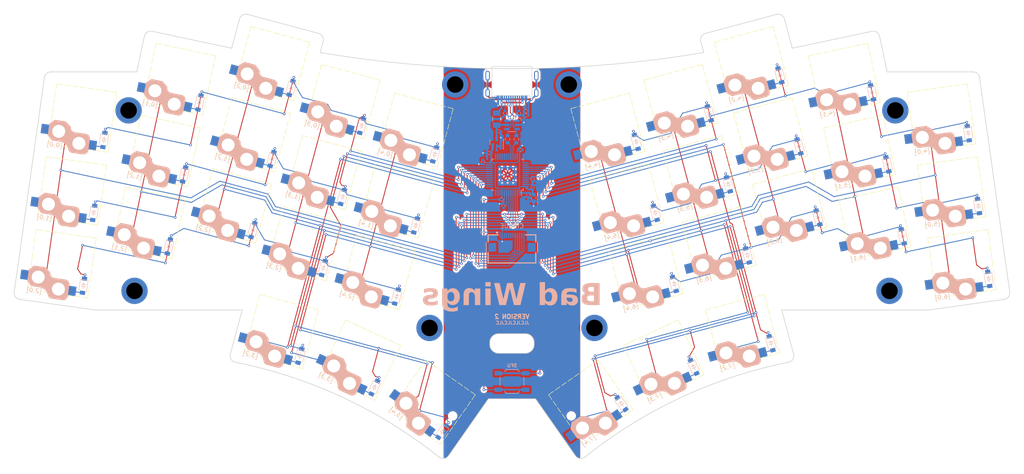
<source format=kicad_pcb>
(kicad_pcb (version 20221018) (generator pcbnew)
  (title_block (title "bw2") (rev "2") (company "jasonhazel"))
  (layers (0 "F.Cu" signal) (31 "B.Cu" signal) (34 "B.Paste" user) (35 "F.Paste" user) (36 "B.SilkS" user "B.Silkscreen") (37 "F.SilkS" user "F.Silkscreen") (38 "B.Mask" user) (39 "F.Mask" user) (44 "Edge.Cuts" user))
  (net 0 "")
  (net 1 "+3V3")
  (net 2 "BOOT0")
  (net 3 "GND")
  (net 4 "+5V")
  (net 5 "NRST")
  (net 6 "GNDREF")
  (net 7 "PB2")
  (net 8 "Net-(D1-A)")
  (net 9 "PB10")
  (net 10 "Net-(D2-A)")
  (net 11 "PB11")
  (net 12 "Net-(D3-A)")
  (net 13 "Net-(D4-A)")
  (net 14 "Net-(D5-A)")
  (net 15 "Net-(D6-A)")
  (net 16 "Net-(D7-A)")
  (net 17 "Net-(D8-A)")
  (net 18 "Net-(D9-A)")
  (net 19 "Net-(D10-A)")
  (net 20 "Net-(D11-A)")
  (net 21 "Net-(D12-A)")
  (net 22 "Net-(D13-A)")
  (net 23 "Net-(D14-A)")
  (net 24 "Net-(D15-A)")
  (net 25 "Net-(D16-A)")
  (net 26 "Net-(D17-A)")
  (net 27 "Net-(D18-A)")
  (net 28 "Net-(D19-A)")
  (net 29 "Net-(D20-A)")
  (net 30 "Net-(D21-A)")
  (net 31 "Net-(D22-A)")
  (net 32 "Net-(D23-A)")
  (net 33 "Net-(D24-A)")
  (net 34 "Net-(D25-A)")
  (net 35 "Net-(D26-A)")
  (net 36 "Net-(D27-A)")
  (net 37 "Net-(D28-A)")
  (net 38 "Net-(D29-A)")
  (net 39 "Net-(D30-A)")
  (net 40 "PB1")
  (net 41 "Net-(D31-A)")
  (net 42 "Net-(D32-A)")
  (net 43 "Net-(D33-A)")
  (net 44 "Net-(D34-A)")
  (net 45 "Net-(D35-A)")
  (net 46 "Net-(D36-A)")
  (net 47 "VBUS")
  (net 48 "/stm32f072c/CC1")
  (net 49 "DBUS+")
  (net 50 "DBUS-")
  (net 52 "/stm32f072c/CC2")
  (net 54 "SPI1_SCK")
  (net 55 "SPI1_MISO")
  (net 56 "SPI1_NSS")
  (net 57 "SPI1_MOSI")
  (net 63 "Net-(U1-PA12)")
  (net 64 "Net-(U1-PA11)")
  (net 65 "COL0")
  (net 66 "COL1")
  (net 67 "COL2")
  (net 68 "COL3")
  (net 69 "COL4")
  (net 89 "PB3")
  (net 90 "PB4")
  (net 91 "PB5")
  (net 92 "PB6")
  (net 93 "TP_DR")
  (footprint "bad-wings:bad wings" (layer "F.Cu") (at 237.936345 143.784932)
    (fp_text reference "REF**" hide)
    (fp_text value "bad wings" hide)
  )
  (footprint "0-hazel:JLCJLCJLCJLC" (layer "F.Cu") (at 237.274598 173.8242)
    (fp_text reference "JLC1" hide)
    (fp_text value "~" hide)
  )
  (footprint "bad-wings:bad wings" (layer "F.Cu") (at 239.848949 136.243831)
    (fp_text reference "REF**" hide)
    (fp_text value "bad wings" hide)
  )
  (footprint "LOGO" (layer "F.Cu") (at 237.142013 148.832379)
    (fp_text reference "LOGO1")
    (fp_text value "" hide)
  )
  (footprint "bad-wings:R_0603_1608Metric" (layer "B.Cu") (at 236.14203 131.597778 -90)
    (fp_text reference "R4")
    (fp_text value "27R")
  )
  (footprint "bad-wings:R_0402_1005Metric" (layer "B.Cu") (at 235.542013 125.597788 -90)
    (fp_text reference "R1")
    (fp_text value "5.1k")
  )
  (footprint "bad-wings:D_SOD-123" (layer "B.Cu") (at 198.040562 144.954727 -105)
    (fp_text reference "D11" hide)
    (fp_text value "1N4148W" hide)
  )
  (footprint "bad-wings:Choc-1u-backside" (layer "B.Cu") (at 320.937496 150.987662 -168)
    (fp_text reference "SW19")
    (fp_text value "[6,1]" hide)
  )
  (footprint "bad-wings:MountingHole_M2_Pad_NonPTH_TopOnly" (layer "B.Cu") (at 148.658922 124.943884 -12)
    (fp_text reference "H1" hide)
    (fp_text value "MountingHole")
  )
  (footprint "bad-wings:Choc-1u-backside" (layer "B.Cu") (at 156.88105 134.359124 168)
    (fp_text reference "SW5")
    (fp_text value "[1,2]" hide)
  )
  (footprint "bad-wings:Choc-1u-backside" (layer "B.Cu") (at 255.334695 192.372473 -145)
    (fp_text reference "SW36")
    (fp_text value "[7,4]" hide)
  )
  (footprint "bad-wings:Choc-1u-backside" (layer "B.Cu") (at 263.685263 145.911592 -165)
    (fp_text reference "SW29")
    (fp_text value "[5,4]" hide)
  )
  (footprint "bad-wings:MountingHole_M2_Pad_NonPTH_TopOnly" (layer "B.Cu") (at 325.625135 124.943915 12)
    (fp_text reference "H2" hide)
    (fp_text value "MountingHole")
  )
  (footprint "bad-wings:Choc-1u-backside" (layer "B.Cu") (at 189.329875 155.741788 165)
    (fp_text reference "SW10")
    (fp_text value "[2,3]" hide)
  )
  (footprint "bad-wings:D_SOD-123" (layer "B.Cu") (at 210.509659 167.96601 -105)
    (fp_text reference "D13" hide)
    (fp_text value "1N4148W" hide)
  )
  (footprint "bad-wings:D_SOD-123" (layer "B.Cu") (at 298.991122 116.859869 -75)
    (fp_text reference "D24" hide)
    (fp_text value "1N4148W" hide)
  )
  (footprint "bad-wings:D_SOD-123" (layer "B.Cu") (at 270.235337 148.635147 -75)
    (fp_text reference "D29" hide)
    (fp_text value "1N4148W" hide)
  )
  (footprint "bad-wings:D_SOD-123" (layer "B.Cu") (at 344.815383 147.053657 -82)
    (fp_text reference "D17" hide)
    (fp_text value "1N4148W" hide)
  )
  (footprint "bad-wings:Choc-1u-backside" (layer "B.Cu") (at 177.443083 130.557078 165)
    (fp_text reference "SW8")
    (fp_text value "[1,2]" hide)
  )
  (footprint "bad-wings:Choc-1u-backside" (layer "B.Cu") (at 160.415544 117.730641 168)
    (fp_text reference "SW6")
    (fp_text value "[0,1]" hide)
  )
  (footprint "bad-wings:Choc-1u-backside" (layer "B.Cu") (at 153.346539 150.987625 168)
    (fp_text reference "SW4")
    (fp_text value "[2,1]" hide)
  )
  (footprint "bad-wings:D_SOD-123" (layer "B.Cu") (at 347.181314 163.888238 -82)
    (fp_text reference "D16" hide)
    (fp_text value "1N4148W" hide)
  )
  (footprint "bad-wings:MountingHole_M2_Pad_NonPTH_TopOnly" (layer "B.Cu") (at 218.109566 175.207336 115)
    (fp_text reference "H7" hide)
    (fp_text value "MountingHole")
  )
  (footprint "bad-wings:R_0402_1005Metric" (layer "B.Cu") (at 240.39204 126.077796 180)
    (fp_text reference "R6")
    (fp_text value "1M")
  )
  (footprint "bad-wings:D_SOD-123" (layer "B.Cu") (at 202.440493 128.533957 -105)
    (fp_text reference "D12" hide)
    (fp_text value "1N4148W" hide)
  )
  (footprint "bad-wings:D_SOD-123" (layer "B.Cu") (at 165.01526 123.13098 -102)
    (fp_text reference "D6" hide)
    (fp_text value "1N4148W" hide)
  )
  (footprint "bad-wings:D_SOD-123" (layer "B.Cu") (at 214.909575 151.545306 -105)
    (fp_text reference "D14" hide)
    (fp_text value "1N4148W" hide)
  )
  (footprint "bad-wings:D_SOD-123" (layer "B.Cu") (at 323.80156 137.421717 -78)
    (fp_text reference "D20" hide)
    (fp_text value "1N4148W" hide)
  )
  (footprint "bad-wings:Choc-1u-backside" (layer "B.Cu") (at 292.441015 114.136357 -165)
    (fp_text reference "SW24")
    (fp_text value "[4,2]" hide)
  )
  (footprint "bad-wings:Choc-1u-backside" (layer "B.Cu") (at 202.137042 182.665897 155)
    (fp_text reference "SW32")
    (fp_text value "[3,3]" hide)
  )
  (footprint "bad-wings:Choc-1u-backside" (layer "B.Cu") (at 214.998724 129.490918 165)
    (fp_text reference "SW15")
    (fp_text value "[0,4]" hide)
  )
  (footprint "bad-wings:D_SOD-123" (layer "B.Cu") (at 157.946277 156.387933 -102)
    (fp_text reference "D4" hide)
    (fp_text value "1N4148W" hide)
  )
  (footprint "bad-wings:D_SOD-123" (layer "B.Cu") (at 186.153804 119.770011 -105)
    (fp_text reference "D9" hide)
    (fp_text value "1N4148W" hide)
  )
  (footprint "bad-wings:Choc-1u-backside" (layer "B.Cu") (at 181.843011 114.13639 165)
    (fp_text reference "SW9")
    (fp_text value "[0,2]" hide)
  )
  (footprint "bad-wings:C_0402_1005Metric" (layer "B.Cu") (at 241.872033 142.717838 90)
    (fp_text reference "C5")
    (fp_text value "100nF")
  )
  (footprint "bad-wings:D_SOD-123" (layer "B.Cu") (at 342.449425 130.219147 -82)
    (fp_text reference "D18" hide)
    (fp_text value "1N4148W" hide)
  )
  (footprint "bad-wings:MountingHole_M2_Pad_NonPTH_TopOnly" (layer "B.Cu") (at 250.254525 118.969727 15)
    (fp_text reference "H6" hide)
    (fp_text value "MountingHole")
  )
  (footprint "bad-wings:D_SOD-123" (layer "B.Cu") (at 287.104337 142.044575 -75)
    (fp_text reference "D26" hide)
    (fp_text value "1N4148W" hide)
  )
  (footprint "bad-wings:D_SOD-123" (layer "B.Cu") (at 177.353948 152.611502 -105)
    (fp_text reference "D7" hide)
    (fp_text value "1N4148W" hide)
  )
  (footprint "bad-wings:MountingHole_M2_Pad_NonPTH_TopOnly" (layer "B.Cu") (at 150.019947 166.637994 -12)
    (fp_text reference "H3" hide)
    (fp_text value "MountingHole")
  )
  (footprint "bad-wings:D_SOD-123" (layer "B.Cu") (at 327.336101 154.050206 -78)
    (fp_text reference "D19" hide)
    (fp_text value "1N4148W" hide)
  )
  (footprint "bad-wings:D_SOD-123" (layer "B.Cu") (at 303.391032 133.280633 -75)
    (fp_text reference "D23" hide)
    (fp_text value "1N4148W" hide)
  )
  (footprint "bad-wings:Choc-1u-backside" (layer "B.Cu") (at 173.043165 146.977839 165)
    (fp_text reference "SW7")
    (fp_text value "[2,2]" hide)
  )
  (footprint "bad-wings:Choc-1u-backside" (layer "B.Cu") (at 268.085167 162.332341 -165)
    (fp_text reference "SW28")
    (fp_text value "[6,4]" hide)
  )
  (footprint "bad-wings:C_0402_1005Metric" (layer "B.Cu") (at 240.892063 144.477816 -90)
    (fp_text reference "C7")
    (fp_text value "100nF")
  )
  (footprint "bad-wings:D_SOD-123" (layer "B.Cu") (at 282.704436 125.623796 -75)
    (fp_text reference "D27" hide)
    (fp_text value "1N4148W" hide)
  )
  (footprint "bad-wings:Choc-1u-backside" (layer "B.Cu") (at 218.94935 192.3725 145)
    (fp_text reference "SW33")
    (fp_text value "[3,4]" hide)
  )
  (footprint "bad-wings:MountingHole_M2_Pad_NonPTH_TopOnly" (layer "B.Cu") (at 224.029526 118.969716 -15)
    (fp_text reference "H5" hide)
    (fp_text value "MountingHole")
  )
  (footprint "bad-wings:D_SOD-123" (layer "B.Cu") (at 291.504285 158.465307 -75)
    (fp_text reference "D25" hide)
    (fp_text value "1N4148W" hide)
  )
  (footprint "bad-wings:D_SOD-123" (layer "B.Cu") (at 265.835402 132.214406 -75)
    (fp_text reference "D30" hide)
    (fp_text value "1N4148W" hide)
  )
  (footprint "bad-wings:D_SOD-123" (layer "B.Cu") (at 307.790956 149.701333 -75)
    (fp_text reference "D22" hide)
    (fp_text value "1N4148W" hide)
  )
  (footprint "bad-wings:D_SOD-123" (layer "B.Cu") (at 274.635259 165.055877 -75)
    (fp_text reference "D28" hide)
    (fp_text value "1N4148W" hide)
  )
  (footprint "bad-wings:D_SOD-123" (layer "B.Cu") (at 296.939486 178.749745 -75)
    (fp_text reference "D34" hide)
    (fp_text value "1N4148W" hide)
  )
  (footprint "bad-wings:Choc-1u-backside" (layer "B.Cu") (at 135.638041 143.552194 172)
    (fp_text reference "SW2")
    (fp_text value "[1,0]" hide)
  )
  (footprint "bad-wings:Choc-1u-backside" (layer "B.Cu") (at 284.95417 155.741779 -165)
    (fp_text reference "SW25")
    (fp_text value "[6,3]" hide)
  )
  (footprint "bad-wings:MountingHole_M2_Pad_NonPTH_TopOnly" (layer "B.Cu") (at 256.174497 175.207339 -115)
    (fp_text reference "H8" hide)
    (fp_text value "MountingHole")
  )
  (footprint "bad-wings:Choc-1u-backside" (layer "B.Cu") (at 259.285314 129.490923 -165)
    (fp_text reference "SW30")
    (fp_text value "[4,4]" hide)
  )
  (footprint "bad-wings:Choc-1u-backside" (layer "B.Cu") (at 336.280106 126.717639 -172)
    (fp_text reference "SW18")
    (fp_text value "[4,0]" hide)
  )
  (footprint "bad-wings:R_0402_1005Metric" (layer "B.Cu") (at 241.872003 140.79785 -90)
    (fp_text reference "R5")
    (fp_text value "10k")
  )
  (footprint "bad-wings:C_0402_1005Metric" (layer "B.Cu") (at 230.412013 136.877797 -90)
    (fp_text reference "C3")
    (fp_text value "100nF")
  )
  (footprint "bad-wings:Choc-1u-backside" (layer "B.Cu") (at 276.154355 122.90032 -165)
    (fp_text reference "SW27")
    (fp_text value "[4,3]" hide)
  )
  (footprint "bad-wings:Choc-1u-backside" (layer "B.Cu") (at 313.868513 117.730624 -168)
    (fp_text reference "SW21")
    (fp_text value "[4,1]" hide)
  )
  (footprint "bad-wings:SOT-23-6-routable" (layer "B.Cu") (at 237.142017 128.297805 180)
    (fp_text reference "U2")
    (fp_text value "SRV05-4")
  )
  (footprint "bad-wings:D_SOD-123" (layer "B.Cu") (at 262.42127 192.691504 -55)
    (fp_text reference "D36" hide)
    (fp_text value "1N4148W" hide)
  )
  (footprint "bad-wings:C_0402_1005Metric" (layer "B.Cu") (at 235.192042 146.997807 90)
    (fp_text reference "C9")
    (fp_text value "100nF")
  )
  (footprint "bad-wings:Choc-1u-backside" (layer "B.Cu") (at 133.272092 160.386774 172)
    (fp_text reference "SW1")
    (fp_text value "[2,0]" hide)
  )
  (footprint "bad-wings:SW_SPST_TL3342" (layer "B.Cu") (at 237.142005 187.571834)
    (fp_text reference "BOOT1")
    (fp_text value "DFU")
  )
  (footprint "bad-wings:Choc-1u-backside" (layer "B.Cu") (at 206.198907 162.332365 165)
    (fp_text reference "SW13")
    (fp_text value "[2,4]" hide)
  )
  (footprint "bad-wings:Choc-1u-backside" (layer "B.Cu") (at 280.554257 139.321021 -165)
    (fp_text reference "SW26")
    (fp_text value "[5,3]" hide)
  )
  (footprint "bad-wings:C_0402_1005Metric" (layer "B.Cu") (at 240.392011 125.077832)
    (fp_text reference "C10")
    (fp_text value "4.7n")
  )
  (footprint "bad-wings:D_SOD-123" (layer "B.Cu") (at 193.640646 161.375475 -105)
    (fp_text reference "D10" hide)
    (fp_text value "1N4148W" hide)
  )
  (footprint "bad-wings:Choc-1u-backside" (layer "B.Cu") (at 183.894673 176.026189 165)
    (fp_text reference "SW31")
    (fp_text value "[3,2]" hide)
  )
  (footprint "bad-wings:D_SOD-123" (layer "B.Cu") (at 142.96918 131.783957 -98)
    (fp_text reference "D3" hide)
    (fp_text value "1N4148W" hide)
  )
  (footprint "bad-wings:FPC-SMD_FPC05012-09200-.5mm-rev" (layer "B.Cu") (at 237.139536 155.217157)
    (fp_text reference "J2" hide)
    (fp_text value "CIRQUE")
  )
  (footprint "bad-wings:C_0603_1608Metric" (layer "B.Cu") (at 242.142016 145.167808 -90)
    (fp_text reference "C8")
    (fp_text value "10uF")
  )
  (footprint "bad-wings:D_SOD-123" (layer "B.Cu") (at 320.267071 120.79325 -78)
    (fp_text reference "D21" hide)
    (fp_text value "1N4148W" hide)
  )
  (footprint "bad-wings:D_SOD-123" (layer "B.Cu") (at 205.404036 188.962563 -115)
    (fp_text reference "D32" hide)
    (fp_text value "1N4148W" hide)
  )
  (footprint "bad-wings:Choc-1u-backside" (layer "B.Cu") (at 317.403005 134.359106 -168)
    (fp_text reference "SW20")
    (fp_text value "[5,1]" hide)
  )
  (footprint "bad-wings:D_SOD-123" (layer "B.Cu") (at 140.603236 148.618526 -98)
    (fp_text reference "D2" hide)
    (fp_text value "1N4148W" hide)
  )
  (footprint "bad-wings:D_SOD-123" (layer "B.Cu") (at 138.237283 165.453098 -98)
    (fp_text reference "D1" hide)
    (fp_text value "1N4148W" hide)
  )
  (footprint "bad-wings:Choc-1u-backside" (layer "B.Cu") (at 290.389387 176.026225 -165)
    (fp_text reference "SW34")
    (fp_text value "[7,2]" hide)
  )
  (footprint "bad-wings:Choc-1u-backside" (layer "B.Cu") (at 198.12968 122.900308 165)
    (fp_text reference "SW12")
    (fp_text value "[0,3]" hide)
  )
  (footprint "bad-wings:D_SOD-123" (layer "B.Cu") (at 221.073298 199.140786 -125)
    (fp_text reference "D33" hide)
    (fp_text value "1N4148W" hide)
  )
  (footprint "bad-wings:C_0402_1005Metric" (layer "B.Cu") (at 239.062011 134.067832 180)
    (fp_text reference "C4")
    (fp_text value "100nF")
  )
  (footprint "bad-wings:Choc-1u-backside" (layer "B.Cu") (at 338.646033 143.552199 -172)
    (fp_text reference "SW17")
    (fp_text value "[5,0]" hide)
  )
  (footprint "bad-wings:Choc-1u-backside" (layer "B.Cu") (at 210.598814 145.911628 165)
    (fp_text reference "SW14")
    (fp_text value "[1,4]" hide)
  )
  (footprint "bad-wings:MountingHole_M2_Pad_NonPTH_TopOnly" (layer "B.Cu") (at 324.264095 166.638055 12)
    (fp_text reference "H4" hide)
    (fp_text value "MountingHole")
  )
  (footprint "bad-wings:R_0402_1005Metric" (layer "B.Cu") (at 238.742004 125.597811 -90)
    (fp_text reference "R2")
    (fp_text value "5.1k")
  )
  (footprint "bad-wings:R_0603_1608Metric" (layer "B.Cu") (at 238.142012 131.597814 -90)
    (fp_text reference "R3")
    (fp_text value "27R")
  )
  (footprint "bad-wings:Choc-1u-backside" (layer "B.Cu") (at 272.147004 182.665879 -155)
    (fp_text reference "SW35")
    (fp_text value "[7,3]" hide)
  )
  (footprint "bad-wings:D_SOD-123" (layer "B.Cu") (at 161.480755 139.759471 -102)
    (fp_text reference "D5" hide)
    (fp_text value "1N4148W" hide)
  )
  (footprint "bad-wings:C_0402_1005Metric" (layer "B.Cu") (at 231.859046 134.797823)
    (fp_text reference "C2")
    (fp_text value "1uF")
  )
  (footprint "bad-wings:Choc-1u-backside" (layer "B.Cu") (at 138.003958 126.71765 172)
    (fp_text reference "SW3")
    (fp_text value "[0,0]" hide)
  )
  (footprint "bad-wings:D_SOD-123" (layer "B.Cu") (at 181.753901 136.190781 -105)
    (fp_text reference "D8" hide)
    (fp_text value "1N4148W" hide)
  )
  (footprint "bad-wings:Molex-216990_GCT-USB45xx_HRO-TYPE-C-31-M-13x" (layer "B.Cu") (at 237.14204 114.797821)
    (fp_text reference "J1")
    (fp_text value "USB_C")
    (fp_line (start -4.62 0) (end -4.62 6.7) (stroke (width 0.12)) (layer "Edge.Cuts"))
    (fp_line (start -4.62 0) (end 4.62 0) (stroke (width 0.12)) (layer "Edge.Cuts"))
    (fp_line (start -4.02 6.7) (end 4.02 6.7) (stroke (width 0.12)) (layer "Edge.Cuts"))
    (fp_line (start 4.62 6.7) (end 4.62 0) (stroke (width 0.12)) (layer "Edge.Cuts"))
    (fp_arc (start -4.02 6.7) (mid -4.32 7) (end -4.62 6.7) (stroke (width 0.12)) (layer "Edge.Cuts"))
    (fp_arc (start 4.62 6.7) (mid 4.32 7) (end 4.02 6.7) (stroke (width 0.12)) (layer "Edge.Cuts"))
  )
  (footprint "bad-wings:C_0402_1005Metric" (layer "B.Cu") (at 234.742052 145.527823)
    (fp_text reference "C6")
    (fp_text value "100nF")
  )
  (footprint "bad-wings:Choc-1u-backside" (layer "B.Cu") (at 193.729772 139.32104 165)
    (fp_text reference "SW11")
    (fp_text value "[1,3]" hide)
  )
  (footprint "bad-wings:C_0402_1005Metric" (layer "B.Cu") (at 234.109012 129.797804 180)
    (fp_text reference "C1")
    (fp_text value "1uF")
  )
  (footprint "bad-wings:Choc-1u-backside" (layer "B.Cu") (at 296.840957 130.557067 -165)
    (fp_text reference "SW23")
    (fp_text value "[5,2]" hide)
  )
  (footprint "bad-wings:D_SOD-123" (layer "B.Cu") (at 219.309515 135.124545 -105)
    (fp_text reference "D15" hide)
    (fp_text value "1N4148W" hide)
  )
  (footprint "bad-wings:LQFP-48_7x7mm_P0.5mm" (layer "B.Cu") (at 236.142026 139.79781 90)
    (fp_text reference "U1")
    (fp_text value "STM32F072CBT6")
  )
  (footprint "bad-wings:SOT-23" (layer "B.Cu") (at 233.609036 132.297772 90)
    (fp_text reference "U3")
    (fp_text value "XC6206")
  )
  (footprint "bad-wings:D_SOD-123" (layer "B.Cu") (at 279.070511 184.21061 -65)
    (fp_text reference "D35" hide)
    (fp_text value "1N4148W" hide)
  )
  (footprint "bad-wings:Choc-1u-backside" (layer "B.Cu") (at 341.011958 160.386778 -172)
    (fp_text reference "SW16")
    (fp_text value "[6,0]" hide)
  )
  (footprint "bad-wings:Choc-1u-backside" (layer "B.Cu") (at 301.240878 146.977823 -165)
    (fp_text reference "SW22")
    (fp_text value "[6,2]" hide)
  )
  (footprint "bad-wings:D_SOD-123" (layer "B.Cu") (at 188.205432 181.659902 -105)
    (fp_text reference "D31" hide)
    (fp_text value "1N4148W" hide)
  )
  (footprint "bad-wings:Fuse_1206_3216Metric" (layer "B.Cu") (at 233.60903 126.947809 -90)
    (fp_text reference "F1")
    (fp_text value "500mA")
  )
  (gr_line (start 333.456321 171.041978) (end 350.751407 168.611326) (stroke (width 0.15)) (layer "Edge.Cuts"))
  (gr_arc (start 129.22376 117.339062) (mid 129.725064 116.415745) (end 130.709169 116.047815) (stroke (width 0.15)) (layer "Edge.Cuts"))
  (gr_line (start 343.574854 116.047803) (end 323.734171 116.047843) (stroke (width 0.15)) (layer "Edge.Cuts"))
  (gr_arc (start 232.042038 178.547796) (mid 232.627865 177.133669) (end 234.042012 176.547834) (stroke (width 0.15)) (layer "Edge.Cuts"))
  (gr_arc (start 253.964368 205.065947) (mid 276.161849 191.275815) (end 300.993968 183.135683) (stroke (width 0.15)) (layer "Edge.Cuts"))
  (gr_arc (start 240.242022 176.547811) (mid 241.656256 177.133569) (end 242.242013 178.547796) (stroke (width 0.15)) (layer "Edge.Cuts"))
  (gr_line (start 192.512176 107.160029) (end 176.09146 102.760087) (stroke (width 0.15)) (layer "Edge.Cuts"))
  (gr_line (start 300.029726 103.82077) (end 301.839603 110.575193) (stroke (width 0.15)) (layer "Edge.Cuts"))
  (gr_line (start 323.734171 116.047843) (end 321.986681 107.826306) (stroke (width 0.15)) (layer "Edge.Cuts"))
  (gr_arc (start 123.532663 168.61132) (mid 122.543505 168.028602) (end 122.256029 166.91716) (stroke (width 0.15)) (layer "Edge.Cuts"))
  (gr_arc (start 280.711234 108.997149) (mid 280.861044 107.858906) (end 281.77188 107.160033) (stroke (width 0.15)) (layer "Edge.Cuts"))
  (gr_arc (start 173.290054 183.135719) (mid 198.122169 191.275852) (end 220.319633 205.066005) (stroke (width 0.15)) (layer "Edge.Cuts"))
  (gr_line (start 299.410558 171.056667) (end 333.247581 171.056597) (stroke (width 0.15)) (layer "Edge.Cuts"))
  (gr_line (start 222.486516 204.755302) (end 231.717696 191.571839) (stroke (width 0.15)) (layer "Edge.Cuts"))
  (gr_arc (start 281.398421 111.561838) (mid 237.142015 115.297798) (end 192.885611 111.56183) (stroke (width 0.15)) (layer "Edge.Cuts"))
  (gr_arc (start 222.486256 204.755688) (mid 221.470168 205.380202) (end 220.319633 205.066005) (stroke (width 0.15)) (layer "Edge.Cuts"))
  (gr_line (start 150.549813 116.047817) (end 130.709169 116.047815) (stroke (width 0.15)) (layer "Edge.Cuts"))
  (gr_line (start 231.717696 191.571839) (end 242.566393 191.57187) (stroke (width 0.15)) (layer "Edge.Cuts"))
  (gr_line (start 242.566393 191.57187) (end 251.797543 204.755323) (stroke (width 0.15)) (layer "Edge.Cuts"))
  (gr_arc (start 333.456321 171.041978) (mid 333.352205 171.052919) (end 333.247581 171.056597) (stroke (width 0.15)) (layer "Edge.Cuts"))
  (gr_line (start 141.036515 171.056589) (end 174.873503 171.05659) (stroke (width 0.15)) (layer "Edge.Cuts"))
  (gr_arc (start 242.242009 179.047813) (mid 241.656218 180.462023) (end 240.242032 181.047809) (stroke (width 0.15)) (layer "Edge.Cuts"))
  (gr_arc (start 141.036515 171.056589) (mid 140.931867 171.05293) (end 140.827727 171.042002) (stroke (width 0.15)) (layer "Edge.Cuts"))
  (gr_arc (start 302.149186 181.277249) (mid 301.973988 182.456616) (end 300.993968 183.135683) (stroke (width 0.15)) (layer "Edge.Cuts"))
  (gr_arc (start 343.574854 116.047803) (mid 344.558923 116.415768) (end 345.060274 117.339059) (stroke (width 0.15)) (layer "Edge.Cuts"))
  (gr_line (start 122.256029 166.91716) (end 129.22376 117.339062) (stroke (width 0.15)) (layer "Edge.Cuts"))
  (gr_arc (start 253.964368 205.065947) (mid 252.813869 205.380151) (end 251.797788 204.755704) (stroke (width 0.15)) (layer "Edge.Cuts"))
  (gr_arc (start 320.207581 106.670979) (mid 321.336378 106.880209) (end 321.986681 107.826306) (stroke (width 0.15)) (layer "Edge.Cuts"))
  (gr_line (start 240.242022 176.547811) (end 234.042012 176.547834) (stroke (width 0.15)) (layer "Edge.Cuts"))
  (gr_line (start 299.410558 171.056667) (end 302.14897 181.276553) (stroke (width 0.15)) (layer "Edge.Cuts"))
  (gr_line (start 192.885611 111.56183) (end 193.572818 108.99714) (stroke (width 0.15)) (layer "Edge.Cuts"))
  (gr_arc (start 298.19261 102.760104) (mid 299.330846 102.909931) (end 300.029726 103.82077) (stroke (width 0.15)) (layer "Edge.Cuts"))
  (gr_line (start 232.042038 178.547796) (end 232.041998 179.04782) (stroke (width 0.15)) (layer "Edge.Cuts"))
  (gr_line (start 172.135077 181.276547) (end 174.873503 171.05659) (stroke (width 0.15)) (layer "Edge.Cuts"))
  (gr_line (start 242.242009 179.047813) (end 242.242013 178.547796) (stroke (width 0.15)) (layer "Edge.Cuts"))
  (gr_line (start 301.839603 110.575193) (end 320.207586 106.670971) (stroke (width 0.15)) (layer "Edge.Cuts"))
  (gr_arc (start 152.297362 107.826303) (mid 152.947609 106.880123) (end 154.076465 106.670983) (stroke (width 0.15)) (layer "Edge.Cuts"))
  (gr_arc (start 352.028045 166.917198) (mid 351.740553 168.028621) (end 350.751407 168.611326) (stroke (width 0.15)) (layer "Edge.Cuts"))
  (gr_line (start 154.076465 106.670983) (end 172.444477 110.575216) (stroke (width 0.15)) (layer "Edge.Cuts"))
  (gr_arc (start 234.04202 181.047819) (mid 232.62777 180.462069) (end 232.041998 179.04782) (stroke (width 0.15)) (layer "Edge.Cuts"))
  (gr_arc (start 174.254301 103.820765) (mid 174.953214 102.909932) (end 176.09146 102.760087) (stroke (width 0.15)) (layer "Edge.Cuts"))
  (gr_line (start 280.711234 108.997149) (end 281.398421 111.561838) (stroke (width 0.15)) (layer "Edge.Cuts"))
  (gr_line (start 298.19261 102.760072) (end 281.77188 107.160033) (stroke (width 0.15)) (layer "Edge.Cuts"))
  (gr_line (start 152.297373 107.826306) (end 150.549813 116.047817) (stroke (width 0.15)) (layer "Edge.Cuts"))
  (gr_line (start 123.532663 168.61132) (end 140.827727 171.042002) (stroke (width 0.15)) (layer "Edge.Cuts"))
  (gr_arc (start 192.512176 107.160029) (mid 193.423028 107.858893) (end 193.572818 108.99714) (stroke (width 0.15)) (layer "Edge.Cuts"))
  (gr_arc (start 173.290079 183.135696) (mid 172.310109 182.45663) (end 172.134885 181.277298) (stroke (width 0.15)) (layer "Edge.Cuts"))
  (gr_line (start 345.060274 117.339059) (end 352.028045 166.917198) (stroke (width 0.15)) (layer "Edge.Cuts"))
  (gr_line (start 234.04202 181.047819) (end 240.242032 181.047809) (stroke (width 0.15)) (layer "Edge.Cuts"))
  (gr_line (start 172.444477 110.575216) (end 174.254303 103.820762) (stroke (width 0.15)) (layer "Edge.Cuts"))
  (gr_text "Bad Wings" (at 237.136494 167.853658) (layer "B.SilkS") (effects (font (size 5 5) (thickness 0.3) bold) (justify mirror)))
  (gr_text "VERSION 2" (at 237.136496 172.593651) (layer "B.SilkS") (effects (font (size 1 1) (thickness 0.25) bold) (justify mirror)))
  (segment (start 230.662494 153.09515) (end 230.682485 153.0752) (width 0.2) (layer "F.Cu") (net 1))
  (segment (start 230.682485 153.0752) (end 230.682504 145.542475) (width 0.2) (layer "F.Cu") (net 1))
  (segment (start 230.662479 189.464902) (end 230.662494 153.09515) (width 0.2) (layer "F.Cu") (net 1))
  (segment (start 230.682504 145.542475) (end 230.692512 145.532524) (width 0.2) (layer "F.Cu") (net 1))
  (via (at 230.662479 189.464902) (size 0.6) (drill 0.3) (layers "F.Cu" "B.Cu") (net 1))
  (via (at 230.682485 153.0752) (size 0.6) (drill 0.3) (layers "F.Cu" "B.Cu") (net 1))
  (via (at 230.692512 145.532524) (size 0.6) (drill 0.3) (layers "F.Cu" "B.Cu") (net 1))
  (segment (start 231.979522 137.047795) (end 231.062032 137.047832) (width 0.2) (layer "B.Cu") (net 1))
  (segment (start 241.87203 144.122837) (end 242.142016 144.3928) (width 0.4) (layer "B.Cu") (net 1))
  (segment (start 232.339027 134.797818) (end 232.339052 134.37776) (width 0.4) (layer "B.Cu") (net 1))
  (segment (start 238.891999 143.192487) (end 238.622351 142.922799) (width 0.2) (layer "B.Cu") (net 1))
  (segment (start 233.644256 142.922842) (end 234.622342 142.922829) (width 0.2) (layer "B.Cu") (net 1))
  (segment (start 240.904525 143.197841) (end 240.304522 142.597805) (width 0.4) (layer "B.Cu") (net 1))
  (segment (start 242.142016 144.3928) (end 241.617897 144.392804) (width 0.4) (layer "B.Cu") (net 1))
  (segment (start 240.291992 189.471885) (end 233.991999 189.471883) (width 0.4) (layer "B.Cu") (net 1))
  (segment (start 232.339041 134.797822) (end 232.33904 136.688294) (width 0.4) (layer "B.Cu") (net 1))
  (segment (start 238.638406 142.92283) (end 238.036322 142.922814) (width 0.2) (layer "B.Cu") (net 1))
  (segment (start 231.979522 137.047821) (end 232.747358 137.047832) (width 0.2) (layer "B.Cu") (net 1))
  (segment (start 231.062032 137.047832) (end 230.412002 136.397834) (width 0.2) (layer "B.Cu") (net 1))
  (segment (start 240.892034 143.997858) (end 238.941998 143.997805) (width 0.4) (layer "B.Cu") (net 1))
  (segment (start 233.985048 189.464888) (end 233.992012 189.471869) (width 0.2) (layer "B.Cu") (net 1))
  (segment (start 238.622351 142.922799) (end 238.036322 142.922814) (width 0.2) (layer "B.Cu") (net 1))
  (segment (start 240.304509 142.547775) (end 239.013418 142.547789) (width 0.2) (layer "B.Cu") (net 1))
  (segment (start 238.892038 135.63531) (end 238.891997 136.403152) (width 0.2) (layer "B.Cu") (net 1))
  (segment (start 238.892012 142.65314) (end 238.622351 142.922799) (width 0.2) (layer "B.Cu") (net 1))
  (segment (start 238.892038 135.63531) (end 238.892012 142.65314) (width 0.2) (layer "B.Cu") (net 1))
  (segment (start 234.389535 153.075186) (end 234.389543 153.855197) (width 0.2) (layer "B.Cu") (net 1))
  (segment (start 238.891997 136.403152) (end 238.24735 137.047828) (width 0.2) (layer "B.Cu") (net 1))
  (segment (start 241.617897 144.392804) (end 241.222893 143.997807) (width 0.4) (layer "B.Cu") (net 1))
  (segment (start 239.013418 142.547789) (end 238.638406 142.92283) (width 0.2) (layer "B.Cu") (net 1))
  (segment (start 234.622342 142.922829) (end 234.892028 143.192466) (width 0.2) (layer "B.Cu") (net 1))
  (segment (start 230.682485 153.0752) (end 234.389535 153.075186) (width 0.2) (layer "B.Cu") (net 1))
  (segment (start 234.892012 143.960346) (end 234.892016 144.897834) (width 0.2) (layer "B.Cu") (net 1))
  (segment (start 238.941998 143.997805) (end 238.941996 143.960319) (width 0.4) (layer "B.Cu") (net 1))
  (segment (start 238.892023 135.635297) (end 238.892028 134.717806) (width 0.2) (layer "B.Cu") (net 1))
  (segment (start 238.892028 134.717806) (end 239.542004 134.067831) (width 0.2) (layer "B.Cu") (net 1))
  (segment (start 241.872041 143.197793) (end 241.87203 144.122837) (width 0.4) (layer "B.Cu") (net 1))
  (segment (start 230.662479 189.464902) (end 233.985048 189.464888) (width 0.2) (layer "B.Cu") (net 1))
  (segment (start 234.892016 144.897834) (end 234.262015 145.52782) (width 0.2) (layer "B.Cu") (net 1))
  (segment (start 232.339052 134.37776) (end 232.659014 134.057772) (width 0.4) (layer "B.Cu") (net 1))
  (segment (start 233.276325 142.554909) (end 233.644256 142.922842) (width 0.2) (layer "B.Cu") (net 1))
  (segment (start 234.892028 143.192466) (end 234.891999 143.960351) (width 0.2) (layer "B.Cu") (net 1))
  (segment (start 232.659014 134.057772) (end 232.659036 133.235316) (width 0.4) (layer "B.Cu") (net 1))
  (segment (start 232.33904 136.688294) (end 232.029529 136.997811) (width 0.4) (layer "B.Cu") (net 1))
  (segment (start 241.872054 143.197792) (end 240.904525 143.197841) (width 0.4) (layer "B.Cu") (net 1))
  (segment (start 230.697196 145.527813) (end 234.262046 145.527814) (width 0.2) (layer "B.Cu") (net 1))
  (segment (start 232.029529 136.997811) (end 231.979526 136.997805) (width 0.4) (layer "B.Cu") (net 1))
  (segment (start 238.24735 137.047828) (end 231.979522 137.047821) (width 0.2) (layer "B.Cu") (net 1))
  (segment (start 232.747358 137.047832) (end 233.276321 137.576798) (width 0.2) (layer "B.Cu") (net 1))
  (segment (start 233.276321 137.576798) (end 233.276325 142.554909) (width 0.2) (layer "B.Cu") (net 1))
  (segment (start 230.692512 145.532524) (end 230.697196 145.527813) (width 0.2) (layer "B.Cu") (net 1))
  (segment (start 241.222893 143.997807) (end 240.892029 143.997856) (width 0.4) (layer "B.Cu") (net 1))
  (segment (start 235.161684 142.922821) (end 234.892028 143.192466) (width 0.2) (layer "B.Cu") (net 1))
  (segment (start 238.036322 142.922814) (end 235.161684 142.922821) (width 0.2) (layer "B.Cu") (net 1))
  (segment (start 238.891999 143.960301) (end 238.891999 143.192487) (width 0.2) (layer "B.Cu") (net 1))
  (segment (start 243.602507 185.654895) (end 243.59252 185.664892) (width 0.2) (layer "F.Cu") (net 2))
  (segment (start 243.589524 140.284879) (end 243.60249 140.297857) (width 0.2) (layer "F.Cu") (net 2))
  (segment (start 243.60249 140.297857) (end 243.602507 185.654895) (width 0.2) (layer "F.Cu") (net 2))
  (via (at 243.59252 185.664892) (size 0.6) (drill 0.3) (layers "F.Cu" "B.Cu") (net 2))
  (via (at 243.589524 140.284879) (size 0.6) (drill 0.3) (layers "F.Cu" "B.Cu") (net 2))
  (segment (start 243.589524 140.284879) (end 243.5866 140.287812) (width 0.2) (layer "B.Cu") (net 2))
  (segment (start 241.612052 140.547811) (end 241.872013 140.287818) (width 0.2) (layer "B.Cu") (net 2))
  (segment (start 240.304544 140.547809) (end 241.612052 140.547811) (width 0.2) (layer "B.Cu") (net 2))
  (segment (start 243.59252 185.664892) (end 240.298993 185.664904) (width 0.2) (layer "B.Cu") (net 2))
  (segment (start 240.298993 185.664904) (end 240.292037 185.671849) (width 0.2) (layer "B.Cu") (net 2))
  (segment (start 240.292028 185.671868) (end 233.992011 185.671872) (width 0.4) (layer "B.Cu") (net 2))
  (segment (start 243.5866 140.287812) (end 241.872012 140.28782) (width 0.2) (layer "B.Cu") (net 2))
  (segment (start 234.580967 126.915818) (end 234.560932 126.935892) (width 0.4) (layer "F.Cu") (net 3))
  (segment (start 234.872017 141.067823) (end 234.872001 138.527791) (width 0.4) (layer "F.Cu") (net 3))
  (segment (start 234.872022 139.797817) (end 237.41205 139.797808) (width 0.4) (layer "F.Cu") (net 3))
  (segment (start 234.560932 126.935892) (end 234.560953 131.22393) (width 0.4) (layer "F.Cu") (net 3))
  (segment (start 237.41202 138.527826) (end 237.412018 141.067811) (width 0.4) (layer "F.Cu") (net 3))
  (segment (start 234.872001 138.527791) (end 237.41202 138.527826) (width 0.4) (layer "F.Cu") (net 3))
  (segment (start 236.142007 138.527805) (end 236.142007 141.06782) (width 0.4) (layer "F.Cu") (net 3))
  (segment (start 237.412018 141.067811) (end 234.872017 141.067823) (width 0.4) (layer "F.Cu") (net 3))
  (segment (start 234.560953 131.22393) (end 234.559064 131.225879) (width 0.4) (layer "F.Cu") (net 3))
  (segment (start 234.872001 138.527791) (end 237.412018 141.067811) (width 0.4) (layer "F.Cu") (net 3))
  (segment (start 234.872017 141.067823) (end 237.41202 138.527826) (width 0.4) (layer "F.Cu") (net 3))
  (via (at 234.580967 126.915818) (size 0.6) (drill 0.3) (layers "F.Cu" "B.Cu") (net 3))
  (via (at 234.242065 146.521699) (size 0.6) (drill 0.3) (layers "F.Cu" "B.Cu") (net 3))
  (via (at 242.142093 147.051729) (size 0.6) (drill 0.3) (layers "F.Cu" "B.Cu") (net 3))
  (via (at 234.889541 155.235188) (size 0.6) (drill 0.3) (layers "F.Cu" "B.Cu") (net 3))
  (via (at 239.522086 133.071724) (size 0.6) (drill 0.3) (layers "F.Cu" "B.Cu") (net 3))
  (via (at 233.930939 123.82587) (size 0.6) (drill 0.3) (layers "F.Cu" "B.Cu") (net 3))
  (via (at 229.490955 137.355828) (size 0.6) (drill 0.3) (layers "F.Cu" "B.Cu") (net 3))
  (via (at 234.559064 131.225879) (size 0.6) (drill 0.3) (layers "F.Cu" "B.Cu") (net 3))
  (via (at 239.882021 127.734762) (size 0.6) (drill 0.3) (layers "F.Cu" "B.Cu") (net 3))
  (via (at 230.460931 134.785845) (size 0.6) (drill 0.3) (layers "F.Cu" "B.Cu") (net 3))
  (segment (start 230.412003 137.357814) (end 229.492922 137.357839) (width 0.4) (layer "B.Cu") (net 3))
  (segment (start 239.882053 126.077838) (end 239.882021 127.734762) (width 0.4) (layer "B.Cu") (net 3))
  (segment (start 238.772014 126.077803) (end 238.742035 126.107824) (width 0.4) (layer "B.Cu") (net 3))
  (segment (start 233.942024 122.047801) (end 233.942009 123.81477) (width 0.4) (layer "B.Cu") (net 3))
  (segment (start 241.872021 141.30781) (end 241.872016 142.237798) (width 0.4) (layer "B.Cu") (net 3))
  (segment (start 230.602039 137.547851) (end 230.412003 137.357814) (width 0.2) (layer "B.Cu") (net 3))
  (segment (start 231.379023 134.797802) (end 230.472901 134.797802) (width 0.4) (layer "B.Cu") (net 3))
  (segment (start 234.559064 131.225879) (end 234.559013 129.827823) (width 0.4) (layer "B.Cu") (net 3))
  (segment (start 241.872016 142.237798) (end 241.87203 142.237788) (width 0.4) (layer "B.Cu") (net 3))
  (segment (start 240.304515 142.047808) (end 241.682018 142.047832) (width 0.2) (layer "B.Cu") (net 3))
  (segment (start 240.892043 144.957811) (end 241.157019 144.957796) (width 0.4) (layer "B.Cu") (net 3))
  (segment (start 239.912017 124.937812) (end 239.912018 125.077797) (width 0.4) (layer "B.Cu") (net 3))
  (segment (start 235.388969 126.10781) (end 234.580967 126.915818) (width 0.4) (layer "B.Cu") (net 3))
  (segment (start 239.882021 127.734762) (end 239.318965 128.297813) (width 0.4) (layer "B.Cu") (net 3))
  (segment (start 239.318965 128.297813) (end 238.317031 128.297819) (width 0.4) (layer "B.Cu") (net 3))
  (segment (start 235.391998 145.357797) (end 235.222034 145.527795) (width 0.2) (layer "B.Cu") (net 3))
  (segment (start 235.192023 146.517806) (end 235.19202 145.557789) (width 0.4) (layer "B.Cu") (net 3))
  (segment (start 234.245994 146.517821) (end 234.242065 146.521699) (width 0.4) (layer "B.Cu") (net 3))
  (segment (start 242.142029 145.942806) (end 242.142029 147.051662) (width 0.4) (layer "B.Cu") (net 3))
  (segment (start 239.882053 126.077838) (end 239.882028 125.107821) (width 0.4) (layer "B.Cu") (net 3))
  (segment (start 238.581989 133.954151) (end 239.464438 133.071733) (width 0.4) (layer "B.Cu") (net 3))
  (segment (start 241.157019 144.957796) (end 242.142017 145.942816) (width 0.4) (layer "B.Cu") (net 3))
  (segment (start 235.392017 143.960317) (end 235.391998 145.357797) (width 0.2) (layer "B.Cu") (net 3))
  (segment (start 242.142029 147.051662) (end 242.142093 147.051729) (width 0.4) (layer "B.Cu") (net 3))
  (segment (start 241.682018 142.047832) (end 241.87203 142.237788) (width 0.2) (layer "B.Cu") (net 3))
  (segment (start 239.882028 125.107821) (end 239.912018 125.077797) (width 0.4) (layer "B.Cu") (net 3))
  (segment (start 240.342015 122.047828) (end 240.34203 124.507769) (width 0.4) (layer "B.Cu") (net 3))
  (segment (start 238.392008 134.257833) (end 238.582005 134.067818) (width 0.2) (layer "B.Cu") (net 3))
  (segment (start 229.492922 137.357839) (end 229.490955 137.355828) (width 0.4) (layer "B.Cu") (net 3))
  (segment (start 230.472901 134.797802) (end 230.460931 134.785845) (width 0.4) (layer "B.Cu") (net 3))
  (segment (start 234.889531 153.855162) (end 234.889541 155.235188) (width 0.2) (layer "B.Cu") (net 3))
  (segment (start 240.34203 124.507769) (end 239.912017 124.937812) (width 0.4) (layer "B.Cu") (net 3))
  (segment (start 239.882053 126.077838) (end 238.772014 126.077803) (width 0.4) (layer "B.Cu") (net 3))
  (segment (start 233.942009 123.81477) (end 233.930939 123.82587) (width 0.4) (layer "B.Cu") (net 3))
  (segment (start 238.582007 134.06782) (end 238.581989 133.954151) (width 0.4) (layer "B.Cu") (net 3))
  (segment (start 235.19202 145.557789) (end 235.222034 145.527795) (width 0.4) (layer "B.Cu") (net 3))
  (segment (start 238.39205 135.635305) (end 238.392008 134.257833) (width 0.2) (layer "B.Cu") (net 3))
  (segment (start 235.542022 126.107831) (end 235.388969 126.10781) (width 0.4) (layer "B.Cu") (net 3))
  (segment (start 235.192036 146.517808) (end 234.245994 146.517821) (width 0.4) (layer "B.Cu") (net 3))
  (segment (start 231.979519 137.547838) (end 230.602039 137.547851) (width 0.2) (layer "B.Cu") (net 3))
  (segment (start 234.559027 133.235309) (end 234.559064 131.225879) (width 0.4) (layer "B.Cu") (net 3))
  (segment (start 234.889531 153.855162) (end 234.889538 152.50518) (width 0.2) (layer "B.Cu") (net 3))
  (segment (start 239.464438 133.071733) (end 239.522086 133.071724) (width 0.4) (layer "B.Cu") (net 3))
  (segment (start 233.609013 128.347857) (end 233.609016 128.347854) (width 0.4) (layer "B.Cu") (net 4))
  (segment (start 235.96702 128.29785) (end 233.659016 128.297855) (width 0.4) (layer "B.Cu") (net 4))
  (segment (start 233.609005 131.360319) (end 233.609013 128.347857) (width 0.4) (layer "B.Cu") (net 4))
  (segment (start 233.659016 128.297855) (end 233.609016 128.347854) (width 0.4) (layer "B.Cu") (net 4))
  (segment (start 235.892026 146.777825) (end 235.892032 143.960321) (width 0.2) (layer "B.Cu") (net 5))
  (segment (start 235.192032 147.477813) (end 235.892026 146.777825) (width 0.2) (layer "B.Cu") (net 5))
  (segment (start 231.522032 121.539184) (end 232.369823 122.386962) (width 0.4) (layer "F.Cu") (net 6))
  (segment (start 231.522029 120.897799) (end 231.522032 121.539184) (width 0.4) (layer "F.Cu") (net 6))
  (segment (start 232.369823 122.386962) (end 241.66982 122.386958) (width 0.4) (layer "F.Cu") (net 6))
  (via (at 241.66982 122.386958) (size 0.6) (drill 0.3) (layers "F.Cu" "B.Cu") (net 6))
  (segment (start 242.762006 116.897842) (end 242.762024 120.897842) (width 0.4) (layer "B.Cu") (net 6))
  (segment (start 240.942016 123.114773) (end 241.66982 122.386958) (width 0.4) (layer "B.Cu") (net 6))
  (segment (start 242.762019 121.294758) (end 242.762024 120.897842) (width 0.4) (layer "B.Cu") (net 6))
  (segment (start 241.66982 122.386958) (end 242.762019 121.294758) (width 0.4) (layer "B.Cu") (net 6))
  (segment (start 240.942045 125.007814) (end 240.942016 123.114773) (width 0.4) (layer "B.Cu") (net 6))
  (segment (start 240.902044 125.107813) (end 240.872028 125.07782) (width 0.4) (layer "B.Cu") (net 6))
  (segment (start 240.901999 126.077831) (end 240.902044 125.107813) (width 0.4) (layer "B.Cu") (net 6))
  (segment (start 231.522023 116.897828) (end 231.522011 120.897823) (width 0.4) (layer "B.Cu") (net 6))
  (segment (start 240.872028 125.07782) (end 240.942045 125.007814) (width 0.4) (layer "B.Cu") (net 6))
  (segment (start 195.225143 147.334503) (end 197.665341 151.561069) (width 0.2) (layer "F.Cu") (net 7))
  (segment (start 197.665341 151.561069) (end 195.94829 157.969209) (width 0.2) (layer "F.Cu") (net 7))
  (segment (start 138.031365 156.110525) (end 138.039103 156.122392) (width 0.2) (layer "F.Cu") (net 7))
  (segment (start 226.14 142.997195) (end 226.15 143.007195) (width 0.2) (layer "F.Cu") (net 7))
  (segment (start 195.94829 157.969209) (end 194.298049 158.921982) (width 0.2) (layer "F.Cu") (net 7))
  (segment (start 178.011355 150.158079) (end 176.386404 156.222495) (width 0.2) (layer "F.Cu") (net 7))
  (segment (start 226.1 139.23) (end 226.14 139.27) (width 0.2) (layer "F.Cu") (net 7))
  (segment (start 158.474385 153.903486) (end 157.141827 160.172557) (width 0.2) (layer "F.Cu") (net 7))
  (segment (start 198.378256 135.566896) (end 195.225143 147.334503) (width 0.2) (layer "F.Cu") (net 7))
  (segment (start 136.883113 161.560859) (end 137.647047 162.73724) (width 0.2) (layer "F.Cu") (net 7))
  (segment (start 138.039103 156.122392) (end 136.883113 161.560859) (width 0.2) (layer "F.Cu") (net 7))
  (segment (start 137.647047 162.73724) (end 138.590775 162.937834) (width 0.2) (layer "F.Cu") (net 7))
  (segment (start 157.141827 160.172557) (end 157.141826 160.172549) (width 0.2) (layer "F.Cu") (net 7))
  (segment (start 226.14 139.27) (end 226.14 142.997195) (width 0.2) (layer "F.Cu") (net 7))
  (via (at 176.386404 156.222495) (size 0.6) (drill 0.3) (layers "F.Cu" "B.Cu") (net 7))
  (via (at 198.378256 135.566896) (size 0.6) (drill 0.3) (layers "F.Cu" "B.Cu") (net 7))
  (via (at 226.1 139.23) (size 0.6) (drill 0.3) (layers "F.Cu" "B.Cu") (net 7))
  (via (at 157.141826 160.172549) (size 0.6) (drill 0.3) (layers "F.Cu" "B.Cu") (net 7))
  (via (at 138.031365 156.110525) (size 0.6) (drill 0.3) (layers "F.Cu" "B.Cu") (net 7))
  (via (at 226.15 143.007195) (size 0.6) (drill 0.3) (layers "F.Cu" "B.Cu") (net 7))
  (segment (start 176.386404 156.222495) (end 161.408839 152.209274) (width 0.2) (layer "B.Cu") (net 7))
  (segment (start 194.688763 160.857473) (end 194.067681 159.781669) (width 0.2) (layer "B.Cu") (net 7))
  (segment (start 198.378256 135.566896) (end 198.379569 135.566116) (width 0.2) (layer "B.Cu") (net 7))
  (segment (start 194.067681 159.781669) (end 186.11266 157.650158) (width 0.2) (layer "B.Cu") (net 7))
  (segment (start 138.476186 163.753226) (end 138.466941 163.819159) (width 0.2) (layer "B.Cu") (net 7))
  (segment (start 226.282171 139.047829) (end 231.979514 139.047829) (width 0.2) (layer "B.Cu") (net 7))
  (segment (start 202.227235 162.87739) (end 194.688763 160.857473) (width 0.2) (layer "B.Cu") (net 7))
  (segment (start 210.936735 166.372232) (end 203.020315 164.251062) (width 0.2) (layer "B.Cu") (net 7))
  (segment (start 186.11266 157.650158) (end 185.326618 156.28864) (width 0.2) (layer "B.Cu") (net 7))
  (segment (start 203.020315 164.251062) (end 202.227235 162.87739) (width 0.2) (layer "B.Cu") (net 7))
  (segment (start 157.141826 160.172549) (end 138.031365 156.110525) (width 0.2) (layer "B.Cu") (net 7))
  (segment (start 161.408839 152.209274) (end 158.474389 153.903491) (width 0.2) (layer "B.Cu") (net 7))
  (segment (start 198.379569 135.566116) (end 221.070666 141.646193) (width 0.2) (layer "B.Cu") (net 7))
  (segment (start 221.070666 141.646193) (end 226.15 143.007195) (width 0.2) (layer "B.Cu") (net 7))
  (segment (start 185.326618 156.28864) (end 180.000154 154.86143) (width 0.2) (layer "B.Cu") (net 7))
  (segment (start 226.1 139.23) (end 226.282171 139.047829) (width 0.2) (layer "B.Cu") (net 7))
  (segment (start 180.000154 154.86143) (end 177.781024 151.017704) (width 0.2) (layer "B.Cu") (net 7))
  (segment (start 135.090332 166.677023) (end 135.025641 166.591161) (width 0.2) (layer "B.Cu") (net 8))
  (segment (start 138.007677 167.087018) (end 135.090332 166.677023) (width 0.2) (layer "B.Cu") (net 8))
  (segment (start 197.87083 142.279642) (end 198.697966 142.501254) (width 0.2) (layer "F.Cu") (net 9))
  (segment (start 162.008849 137.274997) (end 159.376124 149.661195) (width 0.2) (layer "F.Cu") (net 9))
  (segment (start 182.411296 133.737343) (end 180.162192 142.131048) (width 0.2) (layer "F.Cu") (net 9))
  (segment (start 225.470609 138.736977) (end 225.47 138.737586) (width 0.2) (layer "F.Cu") (net 9))
  (segment (start 197.412814 141.486308) (end 197.87083 142.279642) (width 0.2) (layer "F.Cu") (net 9))
  (segment (start 199.164371 134.949327) (end 199.164371 134.94933) (width 0.2) (layer "F.Cu") (net 9))
  (segment (start 199.164371 134.94933) (end 197.412814 141.486308) (width 0.2) (layer "F.Cu") (net 9))
  (segment (start 225.47 138.737586) (end 225.47 141.972902) (width 0.2) (layer "F.Cu") (net 9))
  (segment (start 225.47 141.972902) (end 225.49 141.992902) (width 0.2) (layer "F.Cu") (net 9))
  (via (at 180.162192 142.131048) (size 0.6) (drill 0.3) (layers "F.Cu" "B.Cu") (net 9))
  (via (at 159.376124 149.661195) (size 0.6) (drill 0.3) (layers "F.Cu" "B.Cu") (net 9))
  (via (at 225.49 141.992902) (size 0.6) (drill 0.3) (layers "F.Cu" "B.Cu") (net 9))
  (via (at 225.470609 138.736977) (size 0.6) (drill 0.3) (layers "F.Cu" "B.Cu") (net 9))
  (via (at 199.164371 134.949327) (size 0.6) (drill 0.3) (layers "F.Cu" "B.Cu") (net 9))
  (segment (start 199.164371 134.949327) (end 199.176618 134.942251) (width 0.2) (layer "B.Cu") (net 9))
  (segment (start 225.470609 138.736977) (end 225.659782 138.547804) (width 0.2) (layer "B.Cu") (net 9))
  (segment (start 198.467584 143.360962) (end 190.531897 141.234577) (width 0.2) (layer "B.Cu") (net 9))
  (segment (start 207.410607 147.827766) (end 206.60334 146.429499) (width 0.2) (layer "B.Cu") (net 9))
  (segment (start 180.152658 142.136588) (end 180.162192 142.131048) (width 0.2) (layer "B.Cu") (net 9))
  (segment (start 221.273518 140.8631) (end 225.49 141.992902) (width 0.2) (layer "B.Cu") (net 9))
  (segment (start 159.376124 149.661195) (end 141.371219 145.834087) (width 0.2) (layer "B.Cu") (net 9))
  (segment (start 225.659782 138.547804) (end 231.979538 138.547804) (width 0.2) (layer "B.Cu") (net 9))
  (segment (start 162.008852 137.274995) (end 180.152658 142.136588) (width 0.2) (layer "B.Cu") (net 9))
  (segment (start 190.531897 141.234577) (end 189.724623 139.836316) (width 0.2) (layer "B.Cu") (net 9))
  (segment (start 141.371219 145.834087) (end 140.956758 146.103241) (width 0.2) (layer "B.Cu") (net 9))
  (segment (start 199.074574 144.412171) (end 198.467584 143.360962) (width 0.2) (layer "B.Cu") (net 9))
  (segment (start 215.336623 149.951534) (end 207.410607 147.827766) (width 0.2) (layer "B.Cu") (net 9))
  (segment (start 184.378871 138.403938) (end 182.180935 134.597002) (width 0.2) (layer "B.Cu") (net 9))
  (segment (start 206.60334 146.429499) (end 199.074574 144.412171) (width 0.2) (layer "B.Cu") (net 9))
  (segment (start 189.724623 139.836316) (end 184.378871 138.403938) (width 0.2) (layer "B.Cu") (net 9))
  (segment (start 199.176618 134.942251) (end 221.273518 140.8631) (width 0.2) (layer "B.Cu") (net 9))
  (segment (start 137.456265 149.842479) (end 137.391595 149.756646) (width 0.2) (layer "B.Cu") (net 10))
  (segment (start 140.373632 150.252469) (end 137.456265 149.842479) (width 0.2) (layer "B.Cu") (net 10))
  (segment (start 199.893277 134.315442) (end 199.879127 134.290965) (width 0.2) (layer "F.Cu") (net 11))
  (segment (start 201.89264 126.77638) (end 203.097917 126.080547) (width 0.2) (layer "F.Cu") (net 11))
  (segment (start 224.78 140.956905) (end 224.76 140.976905) (width 0.2) (layer "F.Cu") (net 11))
  (segment (start 224.78 138.047829) (end 224.78 140.956905) (width 0.2) (layer "F.Cu") (net 11))
  (segment (start 186.81119 117.316562) (end 184.554334 125.739296) (width 0.2) (layer "F.Cu") (net 11))
  (segment (start 199.879127 134.290965) (end 201.89264 126.77638) (width 0.2) (layer "F.Cu") (net 11))
  (segment (start 165.543347 120.646483) (end 162.929296 132.944617) (width 0.2) (layer "F.Cu") (net 11))
  (via (at 224.78 138.047829) (size 0.6) (drill 0.3) (layers "F.Cu" "B.Cu") (net 11))
  (via (at 224.76 140.976905) (size 0.6) (drill 0.3) (layers "F.Cu" "B.Cu") (net 11))
  (via (at 199.893277 134.315442) (size 0.6) (drill 0.3) (layers "F.Cu" "B.Cu") (net 11))
  (via (at 184.554334 125.739296) (size 0.6) (drill 0.3) (layers "F.Cu" "B.Cu") (net 11))
  (via (at 162.929296 132.944617) (size 0.6) (drill 0.3) (layers "F.Cu" "B.Cu") (net 11))
  (segment (start 199.895093 134.314388) (end 217.153139 138.938663) (width 0.2) (layer "B.Cu") (net 11))
  (segment (start 224.78 138.047829) (end 231.979506 138.047817) (width 0.2) (layer "B.Cu") (net 11))
  (segment (start 219.736573 133.530818) (end 211.839494 131.414792) (width 0.2) (layer "B.Cu") (net 11))
  (segment (start 199.893277 134.315442) (end 199.895093 134.314388) (width 0.2) (layer "B.Cu") (net 11))
  (segment (start 211.839494 131.414792) (end 211.046354 130.041019) (width 0.2) (layer "B.Cu") (net 11))
  (segment (start 217.153139 138.938663) (end 221.473466 140.09628) (width 0.2) (layer "B.Cu") (net 11))
  (segment (start 142.614438 130.025844) (end 143.198824 130.150026) (width 0.2) (layer "B.Cu") (net 11))
  (segment (start 143.893027 128.898329) (end 143.322677 129.268725) (width 0.2) (layer "B.Cu") (net 11))
  (segment (start 203.488607 128.01592) (end 202.867542 126.940197) (width 0.2) (layer "B.Cu") (net 11))
  (segment (start 194.620453 123.548468) (end 188.778797 121.983201) (width 0.2) (layer "B.Cu") (net 11))
  (segment (start 202.867542 126.940197) (end 195.427714 124.946683) (width 0.2) (layer "B.Cu") (net 11))
  (segment (start 162.929296 132.944617) (end 143.893027 128.898329) (width 0.2) (layer "B.Cu") (net 11))
  (segment (start 195.427714 124.946683) (end 194.620453 123.548468) (width 0.2) (layer "B.Cu") (net 11))
  (segment (start 184.552978 125.740094) (end 184.554334 125.739296) (width 0.2) (layer "B.Cu") (net 11))
  (segment (start 211.046354 130.041019) (end 203.488607 128.01592) (width 0.2) (layer "B.Cu") (net 11))
  (segment (start 221.473466 140.09628) (end 224.76 140.976905) (width 0.2) (layer "B.Cu") (net 11))
  (segment (start 165.543368 120.646466) (end 184.552978 125.740094) (width 0.2) (layer "B.Cu") (net 11))
  (segment (start 188.778797 121.983201) (end 186.580847 118.176267) (width 0.2) (layer "B.Cu") (net 11))
  (segment (start 139.822205 133.007918) (end 139.75755 132.922055) (width 0.2) (layer "B.Cu") (net 12))
  (segment (start 142.739535 133.417903) (end 139.822205 133.007918) (width 0.2) (layer "B.Cu") (net 12))
  (segment (start 154.72159 157.389387) (end 154.663044 157.299303) (width 0.2) (layer "B.Cu") (net 13))
  (segment (start 157.603208 158.001904) (end 154.72159 157.389387) (width 0.2) (layer "B.Cu") (net 13))
  (segment (start 158.256114 140.760894) (end 158.197555 140.670799) (width 0.2) (layer "B.Cu") (net 14))
  (segment (start 161.137736 141.373395) (end 158.256114 140.760894) (width 0.2) (layer "B.Cu") (net 14))
  (segment (start 164.672224 124.744956) (end 161.79058 124.132433) (width 0.2) (layer "B.Cu") (net 15))
  (segment (start 161.79058 124.132433) (end 161.732082 124.042241) (width 0.2) (layer "B.Cu") (net 15))
  (segment (start 176.926903 154.20528) (end 174.081277 153.442832) (width 0.2) (layer "B.Cu") (net 16))
  (segment (start 174.081277 153.442832) (end 174.027558 153.349728) (width 0.2) (layer "B.Cu") (net 16))
  (segment (start 178.481219 137.022062) (end 178.42747 136.928993) (width 0.2) (layer "B.Cu") (net 17))
  (segment (start 181.326825 137.784533) (end 178.481219 137.022062) (width 0.2) (layer "B.Cu") (net 17))
  (segment (start 182.881149 120.601312) (end 182.827398 120.508274) (width 0.2) (layer "B.Cu") (net 18))
  (segment (start 185.726767 121.363799) (end 182.881149 120.601312) (width 0.2) (layer "B.Cu") (net 18))
  (segment (start 193.213613 162.969215) (end 190.367964 162.206754) (width 0.2) (layer "B.Cu") (net 19))
  (segment (start 190.367964 162.206754) (end 190.314224 162.11366) (width 0.2) (layer "B.Cu") (net 19))
  (segment (start 194.767901 145.786007) (end 194.714153 145.692931) (width 0.2) (layer "B.Cu") (net 20))
  (segment (start 197.61352 146.548501) (end 194.767901 145.786007) (width 0.2) (layer "B.Cu") (net 20))
  (segment (start 202.013423 130.12773) (end 199.167802 129.365269) (width 0.2) (layer "B.Cu") (net 21))
  (segment (start 199.167802 129.365269) (end 199.114071 129.272188) (width 0.2) (layer "B.Cu") (net 21))
  (segment (start 207.236988 168.797336) (end 207.183256 168.70423) (width 0.2) (layer "B.Cu") (net 22))
  (segment (start 210.082625 169.559838) (end 207.236988 168.797336) (width 0.2) (layer "B.Cu") (net 22))
  (segment (start 214.482536 153.139059) (end 211.636912 152.376598) (width 0.2) (layer "B.Cu") (net 23))
  (segment (start 211.636912 152.376598) (end 211.583201 152.283492) (width 0.2) (layer "B.Cu") (net 23))
  (segment (start 216.036857 135.955875) (end 215.983104 135.862804) (width 0.2) (layer "B.Cu") (net 24))
  (segment (start 218.88246 136.718354) (end 216.036857 135.955875) (width 0.2) (layer "B.Cu") (net 24))
  (segment (start 344.49363 165.93219) (end 344.407804 165.867471) (width 0.2) (layer "B.Cu") (net 25))
  (segment (start 347.41096 165.522191) (end 344.49363 165.93219) (width 0.2) (layer "B.Cu") (net 25))
  (segment (start 345.045 148.68763) (end 342.127688 149.097611) (width 0.2) (layer "B.Cu") (net 26))
  (segment (start 342.127688 149.097611) (end 342.041834 149.032954) (width 0.2) (layer "B.Cu") (net 26))
  (segment (start 342.679078 131.853043) (end 339.761745 132.26307) (width 0.2) (layer "B.Cu") (net 27))
  (segment (start 339.761745 132.26307) (end 339.675912 132.198381) (width 0.2) (layer "B.Cu") (net 27))
  (segment (start 327.67912 155.664167) (end 324.797506 156.276676) (width 0.2) (layer "B.Cu") (net 28))
  (segment (start 324.797506 156.276676) (end 324.70738 156.218171) (width 0.2) (layer "B.Cu") (net 28))
  (segment (start 321.263012 139.648145) (end 321.172867 139.589661) (width 0.2) (layer "B.Cu") (net 29))
  (segment (start 324.144635 139.035658) (end 321.263012 139.648145) (width 0.2) (layer "B.Cu") (net 29))
  (segment (start 317.728488 123.019687) (end 317.638379 122.961149) (width 0.2) (layer "B.Cu") (net 30))
  (segment (start 320.610134 122.407162) (end 317.728488 123.019687) (width 0.2) (layer "B.Cu") (net 30))
  (segment (start 305.372405 152.057587) (end 305.279314 152.003887) (width 0.2) (layer "B.Cu") (net 31))
  (segment (start 308.218001 151.295118) (end 305.372405 152.057587) (width 0.2) (layer "B.Cu") (net 31))
  (segment (start 300.972477 135.636863) (end 300.879394 135.583116) (width 0.2) (layer "B.Cu") (net 32))
  (segment (start 303.818093 134.874372) (end 300.972477 135.636863) (width 0.2) (layer "B.Cu") (net 32))
  (segment (start 296.572554 119.216159) (end 296.479483 119.162401) (width 0.2) (layer "B.Cu") (net 33))
  (segment (start 299.41816 118.453672) (end 296.572554 119.216159) (width 0.2) (layer "B.Cu") (net 33))
  (segment (start 291.931317 160.059065) (end 289.085729 160.821533) (width 0.2) (layer "B.Cu") (net 34))
  (segment (start 289.085729 160.821533) (end 288.992644 160.767802) (width 0.2) (layer "B.Cu") (net 34))
  (segment (start 284.685811 144.400862) (end 284.592703 144.34706) (width 0.2) (layer "B.Cu") (net 35))
  (segment (start 287.531391 143.638327) (end 284.685811 144.400862) (width 0.2) (layer "B.Cu") (net 35))
  (segment (start 280.28585 127.980073) (end 280.192776 127.92631) (width 0.2) (layer "B.Cu") (net 36))
  (segment (start 283.131478 127.217584) (end 280.28585 127.980073) (width 0.2) (layer "B.Cu") (net 36))
  (segment (start 275.062281 166.64967) (end 272.216707 167.412115) (width 0.2) (layer "B.Cu") (net 37))
  (segment (start 272.216707 167.412115) (end 272.123604 167.358375) (width 0.2) (layer "B.Cu") (net 37))
  (segment (start 270.66236 150.228928) (end 267.816755 150.991431) (width 0.2) (layer "B.Cu") (net 38))
  (segment (start 267.816755 150.991431) (end 267.72367 150.937685) (width 0.2) (layer "B.Cu") (net 38))
  (segment (start 263.41683 134.570676) (end 263.323765 134.516929) (width 0.2) (layer "B.Cu") (net 39))
  (segment (start 266.262453 133.808179) (end 263.41683 134.570676) (width 0.2) (layer "B.Cu") (net 39))
  (segment (start 205.624045 186.431855) (end 204.957428 185.277246) (width 0.2) (layer "F.Cu") (net 40))
  (segment (start 204.957428 185.277246) (end 206.399051 179.897041) (width 0.2) (layer "F.Cu") (net 40))
  (segment (start 206.477495 186.660542) (end 205.624045 186.431855) (width 0.2) (layer "F.Cu") (net 40))
  (segment (start 186.0329 179.324019) (end 197.592109 136.184479) (width 0.2) (layer "F.Cu") (net 40))
  (segment (start 186.035944 179.329301) (end 186.0329 179.324019) (width 0.2) (layer "F.Cu") (net 40))
  (segment (start 226.8 139.75) (end 226.8 144.009008) (width 0.2) (layer "F.Cu") (net 40))
  (segment (start 218.791877 183.217689) (end 215.823233 194.296862) (width 0.2) (layer "F.Cu") (net 40))
  (segment (start 197.592109 136.184479) (end 197.592103 136.184491) (width 0.2) (layer "F.Cu") (net 40))
  (via (at 187.258085 174.768244) (size 0.6) (drill 0.3) (layers "F.Cu" "B.Cu") (net 40))
  (via (at 206.399051 179.897041) (size 0.6) (drill 0.3) (layers "F.Cu" "B.Cu") (net 40))
  (via (at 186.035944 179.329301) (size 0.6) (drill 0.3) (layers "F.Cu" "B.Cu") (net 40))
  (via (at 226.8 144.009008) (size 0.6) (drill 0.3) (layers "F.Cu" "B.Cu") (net 40))
  (via (at 197.592103 136.184491) (size 0.6) (drill 0.3) (layers "F.Cu" "B.Cu") (net 40))
  (via (at 226.8 139.75) (size 0.6) (drill 0.3) (layers "F.Cu" "B.Cu") (net 40))
  (via (at 215.823233 194.296862) (size 0.6) (drill 0.3) (layers "F.Cu" "B.Cu") (net 40))
  (via (at 218.791877 183.217689) (size 0.6) (drill 0.3) (layers "F.Cu" "B.Cu") (net 40))
  (segment (start 198.161219 136.336971) (end 198.163225 136.335798) (width 0.2) (layer "B.Cu") (net 40))
  (segment (start 227.007376 139.542624) (end 231.974313 139.542624) (width 0.2) (layer "B.Cu") (net 40))
  (segment (start 187.258085 174.768244) (end 206.399051 179.897041) (width 0.2) (layer "B.Cu") (net 40))
  (segment (start 206.399051 179.897041) (end 218.791877 183.217689) (width 0.2) (layer "B.Cu") (net 40))
  (segment (start 221.870298 195.917163) (end 215.823233 194.296862) (width 0.2) (layer "B.Cu") (net 40))
  (segment (start 231.974313 139.542624) (end 231.979517 139.547811) (width 0.2) (layer "B.Cu") (net 40))
  (segment (start 198.163225 136.335798) (end 220.853134 142.415548) (width 0.2) (layer "B.Cu") (net 40))
  (segment (start 226.8 139.75) (end 227.007376 139.542624) (width 0.2) (layer "B.Cu") (net 40))
  (segment (start 222.530196 197.060131) (end 221.870298 195.917163) (width 0.2) (layer "B.Cu") (net 40))
  (segment (start 186.035944 179.329301) (end 186.069912 179.388128) (width 0.2) (layer "B.Cu") (net 40))
  (segment (start 220.853134 142.415548) (end 226.8 144.009008) (width 0.2) (layer "B.Cu") (net 40))
  (segment (start 231.974324 139.542627) (end 231.979521 139.547802) (width 0.2) (layer "B.Cu") (net 40))
  (segment (start 197.592103 136.184491) (end 198.161219 136.336971) (width 0.2) (layer "B.Cu") (net 40))
  (segment (start 186.069912 179.388128) (end 188.622256 180.072027) (width 0.2) (layer "B.Cu") (net 40))
  (segment (start 188.622256 180.072027) (end 188.632497 180.066127) (width 0.2) (layer "B.Cu") (net 40))
  (segment (start 184.932774 182.491198) (end 184.879042 182.39812) (width 0.2) (layer "B.Cu") (net 41))
  (segment (start 187.778399 183.253662) (end 184.932774 182.491198) (width 0.2) (layer "B.Cu") (net 41))
  (segment (start 202.03675 189.212915) (end 201.999992 189.111929) (width 0.2) (layer "B.Cu") (net 42))
  (segment (start 204.706745 190.457964) (end 202.03675 189.212915) (width 0.2) (layer "B.Cu") (net 42))
  (segment (start 217.713671 198.802612) (end 217.695041 198.696795) (width 0.4) (layer "B.Cu") (net 43))
  (segment (start 220.126894 200.492375) (end 217.713671 198.802612) (width 0.2) (layer "B.Cu") (net 43))
  (segment (start 294.520935 181.105982) (end 294.427833 181.052238) (width 0.2) (layer "B.Cu") (net 44))
  (segment (start 297.366531 180.343514) (end 294.520935 181.105982) (width 0.2) (layer "B.Cu") (net 44))
  (segment (start 277.097844 186.951073) (end 276.996868 186.914297) (width 0.2) (layer "B.Cu") (net 45))
  (segment (start 279.767817 185.706016) (end 277.097844 186.951073) (width 0.2) (layer "B.Cu") (net 45))
  (segment (start 263.367695 194.043127) (end 260.954473 195.732834) (width 0.2) (layer "B.Cu") (net 46))
  (segment (start 260.954473 195.732834) (end 260.848591 195.714203) (width 0.4) (layer "B.Cu") (net 46))
  (segment (start 239.530894 123.115851) (end 234.742009 123.115852) (width 0.4) (layer "F.Cu") (net 47))
  (via (at 239.530894 123.115851) (size 0.6) (drill 0.3) (layers "F.Cu" "B.Cu") (net 47))
  (via (at 234.742009 123.115852) (size 0.6) (drill 0.3) (layers "F.Cu" "B.Cu") (net 47))
  (segment (start 234.742009 123.115852) (end 234.742003 124.414824) (width 0.4) (layer "B.Cu") (net 47))
  (segment (start 234.742003 124.414824) (end 233.609027 125.547829) (width 0.4) (layer "B.Cu") (net 47))
  (segment (start 239.542019 122.047826) (end 239.542016 123.104723) (width 0.4) (layer "B.Cu") (net 47))
  (segment (start 239.542016 123.104723) (end 239.530894 123.115851) (width 0.4) (layer "B.Cu") (net 47))
  (segment (start 234.742028 122.047837) (end 234.742009 123.115852) (width 0.4) (layer "B.Cu") (net 47))
  (segment (start 235.542029 123.197816) (end 235.892024 122.847822) (width 0.2) (layer "B.Cu") (net 48))
  (segment (start 235.542035 125.087786) (end 235.542029 123.197816) (width 0.2) (layer "B.Cu") (net 48))
  (segment (start 235.892024 122.847822) (end 235.892016 122.047784) (width 0.2) (layer "B.Cu") (net 48))
  (segment (start 236.761566 125.459502) (end 236.761528 123.825827) (width 0.2) (layer "F.Cu") (net 49))
  (segment (start 237.801234 126.499195) (end 236.761566 125.459502) (width 0.2) (layer "F.Cu") (net 49))
  (via (at 237.801234 126.499195) (size 0.6) (drill 0.3) (layers "F.Cu" "B.Cu") (net 49))
  (via (at 236.761528 123.825827) (size 0.6) (drill 0.3) (layers "F.Cu" "B.Cu") (net 49))
  (segment (start 237.892004 122.847841) (end 237.892025 122.047847) (width 0.2) (layer "B.Cu") (net 49))
  (segment (start 237.392034 126.908376) (end 237.392027 128.634176) (width 0.2) (layer "B.Cu") (net 49))
  (segment (start 237.801234 126.499195) (end 237.392034 126.908376) (width 0.2) (layer "B.Cu") (net 49))
  (segment (start 238.142037 129.422828) (end 238.142019 130.77283) (width 0.2) (layer "B.Cu") (net 49))
  (segment (start 236.892018 123.69533) (end 236.761528 123.825827) (width 0.2) (layer "B.Cu") (net 49))
  (segment (start 237.392027 128.634176) (end 238.005647 129.247807) (width 0.2) (layer "B.Cu") (net 49))
  (segment (start 238.005647 129.247807) (end 238.317016 129.247839) (width 0.2) (layer "B.Cu") (net 49))
  (segment (start 237.801234 126.499195) (end 238.122 126.178399) (width 0.2) (layer "B.Cu") (net 49))
  (segment (start 236.891999 122.047826) (end 236.892018 123.69533) (width 0.2) (layer "B.Cu") (net 49))
  (segment (start 238.122 126.178399) (end 238.122017 123.077816) (width 0.2) (layer "B.Cu") (net 49))
  (segment (start 238.317016 129.247839) (end 238.142037 129.422828) (width 0.2) (layer "B.Cu") (net 49))
  (segment (start 238.122017 123.077816) (end 237.892004 122.847841) (width 0.2) (layer "B.Cu") (net 49))
  (via (at 236.516105 126.552545) (size 0.6) (drill 0.3) (layers "F.Cu" "B.Cu") (net 50))
  (segment (start 236.278403 129.247811) (end 235.967024 129.247807) (width 0.2) (layer "B.Cu") (net 50))
  (segment (start 236.89203 126.943231) (end 236.89201 128.63422) (width 0.2) (layer "B.Cu") (net 50))
  (segment (start 236.162016 126.21324) (end 236.89203 126.943231) (width 0.2) (layer "B.Cu") (net 50))
  (segment (start 237.391995 125.676643) (end 237.391997 122.047833) (width 0.2) (layer "B.Cu") (net 50))
  (segment (start 235.967024 129.247807) (end 236.142025 129.422849) (width 0.2) (layer "B.Cu") (net 50))
  (segment (start 236.89201 128.63422) (end 236.278403 129.247811) (width 0.2) (layer "B.Cu") (net 50))
  (segment (start 236.392008 122.047842) (end 236.392058 122.913483) (width 0.2) (layer "B.Cu") (net 50))
  (segment (start 236.392058 122.913483) (end 236.162036 123.143518) (width 0.2) (layer "B.Cu") (net 50))
  (segment (start 236.162036 123.143518) (end 236.162016 126.21324) (width 0.2) (layer "B.Cu") (net 50))
  (segment (start 236.142025 129.422849) (end 236.142008 130.7728) (width 0.2) (layer "B.Cu") (net 50))
  (segment (start 236.516105 126.552545) (end 237.391995 125.676643) (width 0.2) (layer "B.Cu") (net 50))
  (segment (start 238.892033 124.937821) (end 238.892029 122.04778) (width 0.2) (layer "B.Cu") (net 52))
  (segment (start 238.742012 125.087828) (end 238.892033 124.937821) (width 0.2) (layer "B.Cu") (net 52))
  (segment (start 229.462498 160.866242) (end 229.462499 141.647305) (width 0.2) (layer "F.Cu") (net 54))
  (segment (start 229.46777 160.871538) (end 229.462498 160.866242) (width 0.2) (layer "F.Cu") (net 54))
  (via (at 229.46777 160.871538) (size 0.6) (drill 0.3) (layers "F.Cu" "B.Cu") (net 54))
  (via (at 229.462499 141.647305) (size 0.6) (drill 0.3) (layers "F.Cu" "B.Cu") (net 54))
  (segment (start 229.46777 160.871538) (end 229.46878 160.872476) (width 0.2) (layer "B.Cu") (net 54))
  (segment (start 229.462499 141.647305) (end 229.562009 141.547776) (width 0.2) (layer "B.Cu") (net 54))
  (segment (start 239.892035 157.435716) (end 239.892001 153.435824) (width 0.2) (layer "B.Cu") (net 54))
  (segment (start 229.562009 141.547776) (end 231.979518 141.547805) (width 0.2) (layer "B.Cu") (net 54))
  (segment (start 229.46878 160.872476) (end 236.455254 160.872488) (width 0.2) (layer "B.Cu") (net 54))
  (segment (start 236.455254 160.872488) (end 239.892035 157.435716) (width 0.2) (layer "B.Cu") (net 54))
  (segment (start 228.838962 160.272495) (end 228.838979 141.146919) (width 0.2) (layer "F.Cu") (net 55))
  (via (at 228.838962 160.272495) (size 0.6) (drill 0.3) (layers "F.Cu" "B.Cu") (net 55))
  (via (at 228.838979 141.146919) (size 0.6) (drill 0.3) (layers "F.Cu" "B.Cu") (net 55))
  (segment (start 228.938046 141.047832) (end 231.979523 141.047794) (width 0.2) (layer "B.Cu") (net 55))
  (segment (start 228.839448 160.271985) (end 236.490073 160.271991) (width 0.2) (layer "B.Cu") (net 55))
  (segment (start 239.392029 157.370039) (end 239.392043 153.435788) (width 0.2) (layer "B.Cu") (net 55))
  (segment (start 228.838962 160.272495) (end 228.839448 160.271985) (width 0.2) (layer "B.Cu") (net 55))
  (segment (start 228.838979 141.146919) (end 228.938046 141.047832) (width 0.2) (layer "B.Cu") (net 55))
  (segment (start 236.490073 160.271991) (end 239.392029 157.370039) (width 0.2) (layer "B.Cu") (net 55))
  (segment (start 230.072483 142.167316) (end 230.092515 142.147284) (width 0.2) (layer "F.Cu") (net 56))
  (segment (start 230.062503 159.671991) (end 230.072508 159.661999) (width 0.2) (layer "F.Cu") (net 56))
  (segment (start 230.072508 159.661999) (end 230.072483 142.167316) (width 0.2) (layer "F.Cu") (net 56))
  (via (at 230.062503 159.671991) (size 0.6) (drill 0.3) (layers "F.Cu" "B.Cu") (net 56))
  (via (at 230.092515 142.147284) (size 0.6) (drill 0.3) (layers "F.Cu" "B.Cu") (net 56))
  (segment (start 230.062503 159.671991) (end 230.073013 159.682485) (width 0.2) (layer "B.Cu") (net 56))
  (segment (start 230.073013 159.682485) (end 236.51387 159.682482) (width 0.2) (layer "B.Cu") (net 56))
  (segment (start 236.51387 159.682482) (end 238.892011 157.304335) (width 0.2) (layer "B.Cu") (net 56))
  (segment (start 238.892011 157.304335) (end 238.892017 153.435808) (width 0.2) (layer "B.Cu") (net 56))
  (segment (start 230.192018 142.047785) (end 231.979512 142.047778) (width 0.2) (layer "B.Cu") (net 56))
  (segment (start 230.092515 142.147284) (end 230.192018 142.047785) (width 0.2) (layer "B.Cu") (net 56))
  (segment (start 228.216648 140.644975) (end 228.222515 140.650878) (width 0.2) (layer "F.Cu") (net 57))
  (segment (start 228.222515 140.650878) (end 228.222497 158.455554) (width 0.2) (layer "F.Cu") (net 57))
  (segment (start 228.222497 158.455554) (end 228.239429 158.472496) (width 0.2) (layer "F.Cu") (net 57))
  (via (at 228.239429 158.472496) (size 0.6) (drill 0.3) (layers "F.Cu" "B.Cu") (net 57))
  (via (at 228.216648 140.644975) (size 0.6) (drill 0.3) (layers "F.Cu" "B.Cu") (net 57))
  (segment (start 237.892017 157.172977) (end 237.89204 153.857662) (width 0.2) (layer "B.Cu") (net 57))
  (segment (start 228.239429 158.472496) (end 236.592506 158.472499) (width 0.2) (layer "B.Cu") (net 57))
  (segment (start 237.89204 153.857662) (end 237.889546 153.855192) (width 0.2) (layer "B.Cu") (net 57))
  (segment (start 228.216648 140.644975) (end 228.313801 140.547815) (width 0.2) (layer "B.Cu") (net 57))
  (segment (start 228.313801 140.547815) (end 231.97951 140.547824) (width 0.2) (layer "B.Cu") (net 57))
  (segment (start 236.592506 158.472499) (end 237.892017 157.172977) (width 0.2) (layer "B.Cu") (net 57))
  (segment (start 237.39202 133.172815) (end 238.14202 132.422807) (width 0.2) (layer "B.Cu") (net 63))
  (segment (start 237.392006 135.635282) (end 237.39202 133.172815) (width 0.2) (layer "B.Cu") (net 63))
  (segment (start 236.892027 135.635303) (end 236.892022 133.172789) (width 0.2) (layer "B.Cu") (net 64))
  (segment (start 236.892022 133.172789) (end 236.142026 132.422803) (width 0.2) (layer "B.Cu") (net 64))
  (segment (start 336.200079 149.500514) (end 338.078897 162.869123) (width 0.2) (layer "F.Cu") (net 65))
  (segment (start 334.851189 139.902725) (end 335.712976 146.03457) (width 0.2) (layer "F.Cu") (net 65))
  (segment (start 239.34207 148.941684) (end 239.33843 148.945361) (width 0.2) (layer "F.Cu") (net 65))
  (segment (start 133.028685 138.766312) (end 132.134328 145.129932) (width 0.2) (layer "F.Cu") (net 65))
  (segment (start 331.857601 131.176516) (end 333.834127 132.665974) (width 0.2) (layer "F.Cu") (net 65))
  (segment (start 129.768373 161.96452) (end 127.791892 163.453942) (width 0.2) (layer "F.Cu") (net 65))
  (segment (start 239.33843 148.945361) (end 235.438439 148.945353) (width 0.2) (layer "F.Cu") (net 65))
  (segment (start 333.834127 132.665974) (end 334.851189 139.902725) (width 0.2) (layer "F.Cu") (net 65))
  (segment (start 131.647244 148.595874) (end 129.768373 161.96452) (width 0.2) (layer "F.Cu") (net 65))
  (segment (start 132.134328 145.129932) (end 130.157814 146.619339) (width 0.2) (layer "F.Cu") (net 65))
  (segment (start 134.013184 131.761308) (end 133.028685 138.766312) (width 0.2) (layer "F.Cu") (net 65))
  (segment (start 130.157814 146.619339) (end 131.647244 148.595874) (width 0.2) (layer "F.Cu") (net 65))
  (segment (start 132.523766 129.784819) (end 134.013184 131.761308) (width 0.2) (layer "F.Cu") (net 65))
  (segment (start 335.712976 146.03457) (end 334.223551 148.011106) (width 0.2) (layer "F.Cu") (net 65))
  (segment (start 334.223551 148.011106) (end 336.200079 149.500514) (width 0.2) (layer "F.Cu") (net 65))
  (segment (start 244.202017 148.940621) (end 244.201996 160.06417) (width 0.2) (layer "F.Cu") (net 65))
  (segment (start 226.709613 148.950806) (end 226.709598 158.999546) (width 0.2) (layer "F.Cu") (net 65))
  (segment (start 338.078897 162.869123) (end 336.589525 164.845649) (width 0.2) (layer "F.Cu") (net 65))
  (via (at 226.709613 148.950806) (size 0.6) (drill 0.3) (layers "F.Cu" "B.Cu") (net 65))
  (via (at 239.34207 148.941684) (size 0.6) (drill 0.3) (layers "F.Cu" "B.Cu") (net 65))
  (via (at 235.438439 148.945353) (size 0.6) (drill 0.3) (layers "F.Cu" "B.Cu") (net 65))
  (via (at 226.709598 158.999546) (size 0.6) (drill 0.3) (layers "F.Cu" "B.Cu") (net 65))
  (via (at 244.202017 148.940621) (size 0.6) (drill 0.3) (layers "F.Cu" "B.Cu") (net 65))
  (via (at 244.201996 160.06417) (size 0.6) (drill 0.3) (layers "F.Cu" "B.Cu") (net 65))
  (via (at 133.028685 138.766312) (size 0.6) (drill 0.3) (layers "F.Cu" "B.Cu") (net 65))
  (via (at 334.851189 139.902725) (size 0.6) (drill 0.3) (layers "F.Cu" "B.Cu") (net 65))
  (segment (start 180.870284 144.28499) (end 182.531968 147.163129) (width 0.2) (layer "B.Cu") (net 65))
  (segment (start 239.34207 148.941684) (end 239.352081 148.931696) (width 0.2) (layer "B.Cu") (net 65))
  (segment (start 163.026745 145.15643) (end 169.713829 141.295639) (width 0.2) (layer "B.Cu") (net 65))
  (segment (start 235.438439 148.945353) (end 236.028437 148.945401) (width 0.2) (layer "B.Cu") (net 65))
  (segment (start 239.34207 148.941684) (end 244.200924 148.941712) (width 0.2) (layer "B.Cu") (net 65))
  (segment (start 169.713829 141.295639) (end 180.870284 144.28499) (width 0.2) (layer "B.Cu") (net 65))
  (segment (start 226.705661 159.001832) (end 226.709598 158.999546) (width 0.2) (layer "B.Cu") (net 65))
  (segment (start 235.438439 148.945353) (end 235.434758 148.941716) (width 0.2) (layer "B.Cu") (net 65))
  (segment (start 334.850508 139.903789) (end 334.851189 139.902725) (width 0.2) (layer "B.Cu") (net 65))
  (segment (start 163.026745 145.15643) (end 133.039093 138.782374) (width 0.2) (layer "B.Cu") (net 65))
  (segment (start 292.517945 147.11573) (end 244.203527 160.061548) (width 0.2) (layer "B.Cu") (net 65))
  (segment (start 182.531968 147.163129) (end 217.100065 156.425617) (width 0.2) (layer "B.Cu") (net 65))
  (segment (start 217.100065 156.425617) (end 217.101676 156.428462) (width 0.2) (layer "B.Cu") (net 65))
  (segment (start 230.679616 148.941714) (end 230.679596 148.941701) (width 0.2) (layer "B.Cu") (net 65))
  (segment (start 244.200924 148.941712) (end 244.202017 148.940621) (width 0.2) (layer "B.Cu") (net 65))
  (segment (start 311.483107 144.870667) (end 305.616584 141.483628) (width 0.2) (layer "B.Cu") (net 65))
  (segment (start 305.616584 141.483628) (end 293.967509 144.604982) (width 0.2) (layer "B.Cu") (net 65))
  (segment (start 133.039093 138.782374) (end 133.028685 138.766312) (width 0.2) (layer "B.Cu") (net 65))
  (segment (start 244.203527 160.061548) (end 244.201996 160.06417) (width 0.2) (layer "B.Cu") (net 65))
  (segment (start 217.101676 156.428462) (end 226.705661 159.001832) (width 0.2) (layer "B.Cu") (net 65))
  (segment (start 311.483107 144.870667) (end 334.850508 139.903789) (width 0.2) (layer "B.Cu") (net 65))
  (segment (start 236.392001 148.581761) (end 236.392023 143.960302) (width 0.2) (layer "B.Cu") (net 65))
  (segment (start 293.967509 144.604982) (end 292.517945 147.11573) (width 0.2) (layer "B.Cu") (net 65))
  (segment (start 226.715052 148.945359) (end 226.709613 148.950806) (width 0.2) (layer "B.Cu") (net 65))
  (segment (start 235.438439 148.945353) (end 226.715052 148.945359) (width 0.2) (layer "B.Cu") (net 65))
  (segment (start 236.028437 148.945401) (end 236.392001 148.581761) (width 0.2) (layer "B.Cu") (net 65))
  (segment (start 236.270321 150.307248) (end 238.491788 150.307262) (width 0.2) (layer "F.Cu") (net 66))
  (segment (start 314.65023 137.040013) (end 313.302321 139.115655) (width 0.2) (layer "F.Cu") (net 66))
  (segment (start 311.843415 123.83503) (end 314.65023 137.040013) (width 0.2) (layer "F.Cu") (net 66))
  (segment (start 156.082644 122.483611) (end 153.275859 135.688675) (width 0.2) (layer "F.Cu") (net 66))
  (segment (start 313.302321 139.115655) (end 315.377946 140.463586) (width 0.2) (layer "F.Cu") (net 66))
  (segment (start 316.311466 144.855581) (end 318.184729 153.668537) (width 0.2) (layer "F.Cu") (net 66))
  (segment (start 309.767841 122.487109) (end 311.843415 123.83503) (width 0.2) (layer "F.Cu") (net 66))
  (segment (start 154.734735 120.408025) (end 156.082644 122.483611) (width 0.2) (layer "F.Cu") (net 66))
  (segment (start 238.491788 150.307262) (end 238.493891 150.309392) (width 0.2) (layer "F.Cu") (net 66))
  (segment (start 315.377946 140.463586) (end 316.311466 144.855581) (width 0.2) (layer "F.Cu") (net 66))
  (segment (start 244.801493 150.310608) (end 244.801492 160.731758) (width 0.2) (layer "F.Cu") (net 66))
  (segment (start 318.184729 153.668537) (end 316.836806 155.744164) (width 0.2) (layer "F.Cu") (net 66))
  (segment (start 226.099587 150.321313) (end 226.099608 159.664318) (width 0.2) (layer "F.Cu") (net 66))
  (segment (start 153.275859 135.688675) (end 151.200251 137.036528) (width 0.2) (layer "F.Cu") (net 66))
  (segment (start 151.55847 143.768182) (end 149.741357 152.317152) (width 0.2) (layer "F.Cu") (net 66))
  (segment (start 226.110089 150.310813) (end 226.099587 150.321313) (width 0.2) (layer "F.Cu") (net 66))
  (segment (start 151.200251 137.036528) (end 152.548141 139.11214) (width 0.2) (layer "F.Cu") (net 66))
  (segment (start 152.548141 139.11214) (end 151.55847 143.768182) (width 0.2) (layer "F.Cu") (net 66))
  (segment (start 149.741357 152.317152) (end 147.665753 153.665037) (width 0.2) (layer "F.Cu") (net 66))
  (via (at 316.311466 144.855581) (size 0.6) (drill 0.3) (layers "F.Cu" "B.Cu") (net 66))
  (via (at 236.270321 150.307248) (size 0.6) (drill 0.3) (layers "F.Cu" "B.Cu") (net 66))
  (via (at 244.801492 160.731758) (size 0.6) (drill 0.3) (layers "F.Cu" "B.Cu") (net 66))
  (via (at 244.801493 150.310608) (size 0.6) (drill 0.3) (layers "F.Cu" "B.Cu") (net 66))
  (via (at 238.493891 150.309392) (size 0.6) (drill 0.3) (layers "F.Cu" "B.Cu") (net 66))
  (via (at 226.110089 150.310813) (size 0.6) (drill 0.3) (layers "F.Cu" "B.Cu") (net 66))
  (via (at 226.099608 159.664318) (size 0.6) (drill 0.3) (layers "F.Cu" "B.Cu") (net 66))
  (via (at 151.55847 143.768182) (size 0.6) (drill 0.3) (layers "F.Cu" "B.Cu") (net 66))
  (segment (start 180.387076 144.890546) (end 182.112428 147.878925) (width 0.2) (layer "B.Cu") (net 66))
  (segment (start 236.270321 150.307248) (end 236.892031 149.685558) (width 0.2) (layer "B.Cu") (net 66))
  (segment (start 216.895716 157.200988) (end 226.096249 159.666265) (width 0.2) (layer "B.Cu") (net 66))
  (segment (start 226.096249 159.666265) (end 226.099608 159.664318) (width 0.2) (layer "B.Cu") (net 66))
  (segment (start 236.270321 150.307248) (end 236.254745 150.291716) (width 0.2) (layer "B.Cu") (net 66))
  (segment (start 244.803816 160.727733) (end 244.801492 160.731758) (width 0.2) (layer "B.Cu") (net 66))
  (segment (start 236.270321 150.307248) (end 226.113653 150.307267) (width 0.2) (layer "B.Cu") (net 66))
  (segment (start 238.493891 150.309392) (end 244.800285 150.30939) (width 0.2) (layer "B.Cu") (net 66))
  (segment (start 170.167576 142.152246) (end 180.387076 144.890546) (width 0.2) (layer "B.Cu") (net 66))
  (segment (start 294.449525 145.347697) (end 293.030572 147.805429) (width 0.2) (layer "B.Cu") (net 66))
  (segment (start 311.030825 145.977609) (end 316.311003 144.855278) (width 0.2) (layer "B.Cu") (net 66))
  (segment (start 230.680491 150.29171) (end 230.679573 150.290807) (width 0.2) (layer "B.Cu") (net 66))
  (segment (start 163.149797 146.203984) (end 151.590984 143.747091) (width 0.2) (layer "B.Cu") (net 66))
  (segment (start 226.113653 150.307267) (end 226.110089 150.310813) (width 0.2) (layer "B.Cu") (net 66))
  (segment (start 163.149797 146.203984) (end 170.167576 142.152246) (width 0.2) (layer "B.Cu") (net 66))
  (segment (start 311.030825 145.977609) (end 305.029597 142.512783) (width 0.2) (layer "B.Cu") (net 66))
  (segment (start 293.044548 147.801663) (end 244.803816 160.727733) (width 0.2) (layer "B.Cu") (net 66))
  (segment (start 238.493891 150.309392) (end 238.501541 150.301723) (width 0.2) (layer "B.Cu") (net 66))
  (segment (start 216.894413 157.198751) (end 216.895716 157.200988) (width 0.2) (layer "B.Cu") (net 66))
  (segment (start 236.892031 149.685558) (end 236.892023 143.960344) (width 0.2) (layer "B.Cu") (net 66))
  (segment (start 305.029597 142.512783) (end 294.449525 145.347697) (width 0.2) (layer "B.Cu") (net 66))
  (segment (start 316.311003 144.855278) (end 316.311466 144.855581) (width 0.2) (layer "B.Cu") (net 66))
  (segment (start 244.800285 150.30939) (end 244.801493 150.310608) (width 0.2) (layer "B.Cu") (net 66))
  (segment (start 182.112428 147.878925) (end 216.894413 157.198751) (width 0.2) (layer "B.Cu") (net 66))
  (segment (start 151.590984 143.747091) (end 151.55847 143.768182) (width 0.2) (layer "B.Cu") (net 66))
  (segment (start 245.401005 151.530615) (end 245.401004 161.399346) (width 0.2) (layer "F.Cu") (net 67))
  (segment (start 225.500099 151.530805) (end 225.500107 160.331917) (width 0.2) (layer "F.Cu") (net 67))
  (segment (start 169.373333 148.116821) (end 167.230025 149.354284) (width 0.2) (layer "F.Cu") (net 67))
  (segment (start 172.867368 135.076835) (end 170.586377 143.58962) (width 0.2) (layer "F.Cu") (net 67))
  (segment (start 173.773273 131.696067) (end 171.629959 132.933513) (width 0.2) (layer "F.Cu") (net 67))
  (segment (start 295.138138 136.759163) (end 297.476714 145.486797) (width 0.2) (layer "F.Cu") (net 67))
  (segment (start 288.594887 119.100984) (end 290.738235 120.338401) (width 0.2) (layer "F.Cu") (net 67))
  (segment (start 293.993727 178.338203) (end 286.502937 150.382188) (width 0.2) (layer "F.Cu") (net 67))
  (segment (start 294.232272 133.378439) (end 292.994839 135.521729) (width 0.2) (layer "F.Cu") (net 67))
  (segment (start 176.029876 116.512797) (end 177.267313 118.656092) (width 0.2) (layer "F.Cu") (net 67))
  (segment (start 297.394737 151.942456) (end 298.632207 149.799145) (width 0.2) (layer "F.Cu") (net 67))
  (segment (start 170.586377 143.58962) (end 169.373333 148.116821) (width 0.2) (layer "F.Cu") (net 67))
  (segment (start 290.738235 120.338401) (end 294.232272 133.378439) (width 0.2) (layer "F.Cu") (net 67))
  (segment (start 171.629959 132.933513) (end 172.867368 135.076835) (width 0.2) (layer "F.Cu") (net 67))
  (segment (start 177.267313 118.656092) (end 173.773273 131.696067) (width 0.2) (layer "F.Cu") (net 67))
  (segment (start 298.632207 149.799145) (end 297.476714 145.486797) (width 0.2) (layer "F.Cu") (net 67))
  (segment (start 185.31632 179.698666) (end 192.84847 151.588335) (width 0.2) (layer "F.Cu") (net 67))
  (segment (start 292.994839 135.521729) (end 295.138138 136.759163) (width 0.2) (layer "F.Cu") (net 67))
  (segment (start 170.586377 143.58962) (end 170.702985 143.154499) (width 0.2) (layer "F.Cu") (net 67))
  (segment (start 192.84847 151.588335) (end 192.845419 151.583039) (width 0.2) (layer "F.Cu") (net 67))
  (via (at 245.401004 161.399346) (size 0.6) (drill 0.3) (layers "F.Cu" "B.Cu") (net 67))
  (via (at 293.993727 178.338203) (size 0.6) (drill 0.3) (layers "F.Cu" "B.Cu") (net 67))
  (via (at 245.401005 151.530615) (size 0.6) (drill 0.3) (layers "F.Cu" "B.Cu") (net 67))
  (via (at 297.476714 145.486797) (size 0.6) (drill 0.3) (layers "F.Cu" "B.Cu") (net 67))
  (via (at 185.31632 179.698666) (size 0.6) (drill 0.3) (layers "F.Cu" "B.Cu") (net 67))
  (via (at 286.502937 150.382188) (size 0.6) (drill 0.3) (layers "F.Cu" "B.Cu") (net 67))
  (via (at 269.036522 155.062291) (size 0.6) (drill 0.3) (layers "F.Cu" "B.Cu") (net 67))
  (via (at 225.500099 151.530805) (size 0.6) (drill 0.3) (layers "F.Cu" "B.Cu") (net 67))
  (via (at 237.402064 151.531709) (size 0.6) (drill 0.3) (layers "F.Cu" "B.Cu") (net 67))
  (via (at 225.500107 160.331917) (size 0.6) (drill 0.3) (layers "F.Cu" "B.Cu") (net 67))
  (via (at 170.702985 143.154499) (size 0.6) (drill 0.3) (layers "F.Cu" "B.Cu") (net 67))
  (via (at 192.845419 151.583039) (size 0.6) (drill 0.3) (layers "F.Cu" "B.Cu") (net 67))
  (segment (start 225.500989 151.531701) (end 225.500099 151.530805) (width 0.2) (layer "B.Cu") (net 67))
  (segment (start 182.614181 148.841601) (end 182.614179 148.841591) (width 0.2) (layer "B.Cu") (net 67))
  (segment (start 237.402064 151.531709) (end 237.392063 151.521745) (width 0.2) (layer "B.Cu") (net 67))
  (segment (start 180.075305 145.665784) (end 170.702985 143.154499) (width 0.2) (layer "B.Cu") (net 67))
  (segment (start 237.38094 151.510594) (end 237.380932 143.971402) (width 0.2) (layer "B.Cu") (net 67))
  (segment (start 286.991522 180.214437) (end 286.543269 180.990846) (width 0.2) (layer "B.Cu") (net 67))
  (segment (start 230.680487 151.531707) (end 230.679588 151.53081) (width 0.2) (layer "B.Cu") (net 67))
  (segment (start 245.399902 151.531702) (end 245.401005 151.530615) (width 0.2) (layer "B.Cu") (net 67))
  (segment (start 237.380932 143.971402) (end 237.392031 143.960278) (width 0.2) (layer "B.Cu") (net 67))
  (segment (start 216.685337 157.972272) (end 216.684405 157.970685) (width 0.2) (layer "B.Cu") (net 67))
  (segment (start 216.684405 157.970685) (end 182.614181 148.841601) (width 0.2) (layer "B.Cu") (net 67))
  (segment (start 225.498969 160.332547) (end 225.500107 160.331917) (width 0.2) (layer "B.Cu") (net 67))
  (segment (start 293.609355 148.478021) (end 245.40368 161.394695) (width 0.2) (layer "B.Cu") (net 67))
  (segment (start 297.476714 145.486797) (end 294.944629 146.16526) (width 0.2) (layer "B.Cu") (net 67))
  (segment (start 185.31632 179.698666) (end 178.841642 177.963761) (width 0.2) (layer "B.Cu") (net 67))
  (segment (start 182.614179 148.841591) (end 181.77981 148.618011) (width 0.2) (layer "B.Cu") (net 67))
  (segment (start 216.684405 157.970685) (end 225.498969 160.332547) (width 0.2) (layer "B.Cu") (net 67))
  (segment (start 237.402064 151.531709) (end 237.412089 151.521732) (width 0.2) (layer "B.Cu") (net 67))
  (segment (start 294.944629 146.16526) (end 293.609355 148.478021) (width 0.2) (layer "B.Cu") (net 67))
  (segment (start 178.081532 178.402613) (end 178.841642 177.963761) (width 0.2) (layer "B.Cu") (net 67))
  (segment (start 237.402064 151.531709) (end 237.38094 151.510594) (width 0.2) (layer "B.Cu") (net 67))
  (segment (start 245.40368 161.394695) (end 245.401004 161.399346) (width 0.2) (layer "B.Cu") (net 67))
  (segment (start 237.402064 151.531709) (end 245.399902 151.531702) (width 0.2) (layer "B.Cu") (net 67))
  (segment (start 293.993727 178.338203) (end 286.991522 180.214437) (width 0.2) (layer "B.Cu") (net 67))
  (segment (start 286.543269 180.99085) (end 286.047345 181.849816) (width 0.2) (layer "B.Cu") (net 67))
  (segment (start 237.402064 151.531709) (end 225.500989 151.531701) (width 0.2) (layer "B.Cu") (net 67))
  (segment (start 181.77981 148.618011) (end 180.075305 145.665784) (width 0.2) (layer "B.Cu") (net 67))
  (segment (start 280.794575 152.741637) (end 280.788497 152.752225) (width 0.2) (layer "F.Cu") (net 68))
  (segment (start 291.563737 171.587606) (end 286.13085 151.311793) (width 0.2) (layer "F.Cu") (net 68))
  (segment (start 280.788497 152.752225) (end 282.345522 158.563089) (width 0.2) (layer "F.Cu") (net 68))
  (segment (start 280.794575 152.741637) (end 280.784033 152.735544) (width 0.2) (layer "F.Cu") (net 68))
  (segment (start 278.851466 145.523106) (end 276.708178 144.285673) (width 0.2) (layer "F.Cu") (net 68))
  (segment (start 266.794681 167.756975) (end 265.944081 169.230289) (width 0.2) (layer "F.Cu") (net 68))
  (segment (start 276.708178 144.285673) (end 277.945579 142.142334) (width 0.2) (layer "F.Cu") (net 68))
  (segment (start 237.980244 150.92204) (end 236.78144 150.922008) (width 0.2) (layer "F.Cu") (net 68))
  (segment (start 187.916617 141.697447) (end 189.154098 143.840729) (width 0.2) (layer "F.Cu") (net 68))
  (segment (start 224.87962 150.922021) (end 224.889576 150.932026) (width 0.2) (layer "F.Cu") (net 68))
  (segment (start 224.889576 150.932026) (end 224.889602 160.996543) (width 0.2) (layer "F.Cu") (net 68))
  (segment (start 193.553991 127.420039) (end 190.059952 140.459999) (width 0.2) (layer "F.Cu") (net 68))
  (segment (start 268.249599 177.834614) (end 270.458842 186.079643) (width 0.2) (layer "F.Cu") (net 68))
  (segment (start 237.980418 150.922185) (end 237.980244 150.92204) (width 0.2) (layer "F.Cu") (net 68))
  (segment (start 246.006166 150.922215) (end 246.000986 150.927359) (width 0.2) (layer "F.Cu") (net 68))
  (segment (start 268.249603 177.83461) (end 268.249599 177.834614) (width 0.2) (layer "F.Cu") (net 68))
  (segment (start 193.838702 152.667063) (end 186.265322 180.931287) (width 0.2) (layer "F.Cu") (net 68))
  (segment (start 192.316567 125.276728) (end 193.553991 127.420039) (width 0.2) (layer "F.Cu") (net 68))
  (segment (start 263.97867 157.24746) (end 266.794681 167.756975) (width 0.2) (layer "F.Cu") (net 68))
  (segment (start 277.945579 142.142334) (end 274.45154 129.102362) (width 0.2) (layer "F.Cu") (net 68))
  (segment (start 270.458842 186.079643) (end 269.221405 188.222947) (width 0.2) (layer "F.Cu") (net 68))
  (segment (start 185.660047 156.880747) (end 183.516727 158.11821) (width 0.2) (layer "F.Cu") (net 68))
  (segment (start 282.345522 158.563089) (end 281.108071 160.706404) (width 0.2) (layer "F.Cu") (net 68))
  (segment (start 189.154098 143.840729) (end 187.48132 150.083637) (width 0.2) (layer "F.Cu") (net 68))
  (segment (start 269.221396 188.222958) (end 269.05664 187.607997) (width 0.2) (layer "F.Cu") (net 68))
  (segment (start 246.000986 150.927359) (end 246.001004 162.066792) (width 0.2) (layer "F.Cu") (net 68))
  (segment (start 280.784033 152.735544) (end 278.851466 145.523106) (width 0.2) (layer "F.Cu") (net 68))
  (segment (start 274.45154 129.102362) (end 272.308205 127.864903) (width 0.2) (layer "F.Cu") (net 68))
  (segment (start 187.48132 150.083637) (end 187.261338 150.904659) (width 0.2) (layer "F.Cu") (net 68))
  (segment (start 190.059952 140.459999) (end 187.916617 141.697447) (width 0.2) (layer "F.Cu") (net 68))
  (segment (start 187.48132 150.083637) (end 185.660047 156.880747) (width 0.2) (layer "F.Cu") (net 68))
  (via (at 236.78144 150.922008) (size 0.6) (drill 0.3) (layers "F.Cu" "B.Cu") (net 68))
  (via (at 246.006166 150.922215) (size 0.6) (drill 0.3) (layers "F.Cu" "B.Cu") (net 68))
  (via (at 224.87962 150.922021) (size 0.6) (drill 0.3) (layers "F.Cu" "B.Cu") (net 68))
  (via (at 280.794575 152.741637) (size 0.6) (drill 0.3) (layers "F.Cu" "B.Cu") (net 68))
  (via (at 237.980418 150.922185) (size 0.6) (drill 0.3) (layers "F.Cu" "B.Cu") (net 68))
  (via (at 286.13085 151.311793) (size 0.6) (drill 0.3) (layers "F.Cu" "B.Cu") (net 68))
  (via (at 263.97867 157.24746) (size 0.6) (drill 0.3) (layers "F.Cu" "B.Cu") (net 68))
  (via (at 187.261338 150.904659) (size 0.6) (drill 0.3) (layers "F.Cu" "B.Cu") (net 68))
  (via (at 246.001004 162.066792) (size 0.6) (drill 0.3) (layers "F.Cu" "B.Cu") (net 68))
  (via (at 193.838702 152.667063) (size 0.6) (drill 0.3) (layers "F.Cu" "B.Cu") (net 68))
  (via (at 224.889602 160.996543) (size 0.6) (drill 0.3) (layers "F.Cu" "B.Cu") (net 68))
  (via (at 291.563737 171.587606) (size 0.6) (drill 0.3) (layers "F.Cu" "B.Cu") (net 68))
  (via (at 186.265322 180.931287) (size 0.6) (drill 0.3) (layers "F.Cu" "B.Cu") (net 68))
  (via (at 268.249603 177.83461) (size 0.6) (drill 0.3) (layers "F.Cu" "B.Cu") (net 68))
  (segment (start 216.487667 158.735838) (end 216.495179 158.748862) (width 0.2) (layer "B.Cu") (net 68))
  (segment (start 286.13085 151.311793) (end 286.130848 151.311789) (width 0.2) (layer "B.Cu") (net 68))
  (segment (start 230.680787 150.922008) (end 230.679616 150.920806) (width 0.2) (layer "B.Cu") (net 68))
  (segment (start 291.563738 171.58761) (end 268.249603 177.83461) (width 0.2) (layer "B.Cu") (net 68))
  (segment (start 249.873196 161.026995) (end 249.870104 161.025215) (width 0.2) (layer "B.Cu") (net 68))
  (segment (start 216.495179 158.748862) (end 224.887696 160.997627) (width 0.2) (layer "B.Cu") (net 68))
  (segment (start 246.002521 162.064157) (end 246.001004 162.066792) (width 0.2) (layer "B.Cu") (net 68))
  (segment (start 263.978673 157.247448) (end 280.794575 152.741637) (width 0.2) (layer "B.Cu") (net 68))
  (segment (start 286.130848 151.311789) (end 280.794575 152.741637) (width 0.2) (layer "B.Cu") (net 68))
  (segment (start 205.227038 155.71858) (end 193.838702 152.667063) (width 0.2) (layer "B.Cu") (net 68))
  (segment (start 193.838702 152.667063) (end 187.261338 150.904659) (width 0.2) (layer "B.Cu") (net 68))
  (segment (start 224.887696 160.997627) (end 224.889602 160.996543) (width 0.2) (layer "B.Cu") (net 68))
  (segment (start 237.980418 150.922185) (end 237.891987 150.833808) (width 0.2) (layer "B.Cu") (net 68))
  (segment (start 205.227045 155.71858) (end 216.487667 158.735838) (width 0.2) (layer "B.Cu") (net 68))
  (segment (start 246.006166 150.922215) (end 237.980418 150.922185) (width 0.2) (layer "B.Cu") (net 68))
  (segment (start 263.97867 157.24746) (end 263.978671 157.247461) (width 0.2) (layer "B.Cu") (net 68))
  (segment (start 263.978671 157.247461) (end 249.873196 161.026995) (width 0.2) (layer "B.Cu") (net 68))
  (segment (start 263.97867 157.24746) (end 263.978673 157.247448) (width 0.2) (layer "B.Cu") (net 68))
  (segment (start 249.873196 161.026995) (end 246.002521 162.064157) (width 0.2) (layer "B.Cu") (net 68))
  (segment (start 237.891987 150.833808) (end 237.892027 143.960322) (width 0.2) (layer "B.Cu") (net 68))
  (segment (start 195.999556 183.996776) (end 195.687284 183.455895) (width 0.2) (layer "B.Cu") (net 68))
  (segment (start 237.980418 150.922185) (end 237.990927 150.911714) (width 0.2) (layer "B.Cu") (net 68))
  (segment (start 195.687284 183.455895) (end 186.265322 180.931287) (width 0.2) (layer "B.Cu") (net 68))
  (segment (start 205.227038 155.71858) (end 205.227045 155.71858) (width 0.2) (layer "B.Cu") (net 68))
  (segment (start 291.563737 171.587606) (end 291.563738 171.58761) (width 0.2) (layer "B.Cu") (net 68))
  (segment (start 224.87962 150.922021) (end 236.78144 150.922008) (width 0.2) (layer "B.Cu") (net 68))
  (segment (start 263.606664 158.175369) (end 265.47649 165.153663) (width 0.2) (layer "F.Cu") (net 69))
  (segment (start 215.584729 190.936882) (end 217.571477 183.522202) (width 0.2) (layer "F.Cu") (net 69))
  (segment (start 224.289598 149.650803) (end 224.279588 149.660818) (width 0.2) (layer "F.Cu") (net 69))
  (segment (start 293.030718 172.426) (end 287.497156 151.774444) (width 0.2) (layer "F.Cu") (net 69))
  (segment (start 246.65615 149.654401) (end 246.656133 162.709114) (width 0.2) (layer "F.Cu") (net 69))
  (segment (start 259.83912 150.876229) (end 261.076548 148.732918) (width 0.2) (layer "F.Cu") (net 69))
  (segment (start 263.606656 158.175376) (end 263.606664 158.175369) (width 0.2) (layer "F.Cu") (net 69))
  (segment (start 204.438323 156.345814) (end 204.438323 156.345824) (width 0.2) (layer "F.Cu") (net 69))
  (segment (start 261.076548 148.732918) (end 257.582498 135.692926) (width 0.2) (layer "F.Cu") (net 69))
  (segment (start 255.865527 182.419287) (end 259.068743 194.373856) (width 0.2) (layer "F.Cu") (net 69))
  (segment (start 238.937723 149.644403) (end 235.819668 149.644429) (width 0.2) (layer "F.Cu") (net 69))
  (segment (start 235.819668 149.644429) (end 235.811682 149.652394) (width 0.2) (layer "F.Cu") (net 69))
  (segment (start 293.042975 172.433065) (end 293.030718 172.426) (width 0.2) (layer "F.Cu") (net 69))
  (segment (start 246.646159 149.644395) (end 246.65615 149.654401) (width 0.2) (layer "F.Cu") (net 69))
  (segment (start 210.423022 134.010589) (end 206.928982 147.050624) (width 0.2) (layer "F.Cu") (net 69))
  (segment (start 204.785667 148.288071) (end 206.023122 150.431356) (width 0.2) (layer "F.Cu") (net 69))
  (segment (start 263.606656 158.175376) (end 263.606653 158.175355) (width 0.2) (layer "F.Cu") (net 69))
  (segment (start 255.86816 182.414737) (end 255.865527 182.419287) (width 0.2) (layer "F.Cu") (net 69))
  (segment (start 204.660902 155.515133) (end 202.529026 163.471359) (width 0.2) (layer "F.Cu") (net 69))
  (segment (start 212.673998 192.617392) (end 212.749089 192.337145) (width 0.2) (layer "F.Cu") (net 69))
  (segment (start 202.529026 163.471359) (end 200.385726 164.708836) (width 0.2) (layer "F.Cu") (net 69))
  (segment (start 257.582498 135.692926) (end 255.439223 134.455485) (width 0.2) (layer "F.Cu") (net 69))
  (segment (start 206.023122 150.431356) (end 204.660902 155.515133) (width 0.2) (layer "F.Cu") (net 69))
  (segment (start 265.47649 165.153663) (end 264.239059 167.296968) (width 0.2) (layer "F.Cu") (net 69))
  (segment (start 188.303934 175.679987) (end 194.218264 153.607363) (width 0.2) (layer "F.Cu") (net 69))
  (segment (start 212.673998 192.617392) (end 215.584729 190.936882) (width 0.2) (layer "F.Cu") (net 69))
  (segment (start 224.279588 149.660818) (end 224.279586 161.650985) (width 0.2) (layer "F.Cu") (net 69))
  (segment (start 264.801954 167.621948) (end 264.239051 167.296964) (width 0.2) (layer "F.Cu") (net 69))
  (segment (start 259.068743 194.373856) (end 259.061671 194.386106) (width 0.2) (layer "F.Cu") (net 69))
  (segment (start 263.606653 158.175355) (end 261.982414 152.11368) (width 0.2) (layer "F.Cu") (net 69))
  (segment (start 204.660902 155.515133) (end 204.438323 156.345814) (width 0.2) (layer "F.Cu") (net 69))
  (segment (start 261.982414 152.11368) (end 259.83912 150.876229) (width 0.2) (layer "F.Cu") (net 69))
  (segment (start 287.497156 151.774444) (end 287.496538 151.774094) (width 0.2) (layer "F.Cu") (net 69))
  (segment (start 206.928982 147.050624) (end 204.785667 148.288071) (width 0.2) (layer "F.Cu") (net 69))
  (segment (start 209.185576 131.867321) (end 210.423022 134.010589) (width 0.2) (layer "F.Cu") (net 69))
  (via (at 238.937723 149.644403) (size 0.6) (drill 0.3) (layers "F.Cu" "B.Cu") (net 69))
  (via (at 246.646159 149.644395) (size 0.6) (drill 0.3) (layers "F.Cu" "B.Cu") (net 69))
  (via (at 194.218264 153.607363) (size 0.6) (drill 0.3) (layers "F.Cu" "B.Cu") (net 69))
  (via (at 235.811682 149.652394) (size 0.6) (drill 0.3) (layers "F.Cu" "B.Cu") (net 69))
  (via (at 204.438323 156.345824) (size 0.6) (drill 0.3) (layers "F.Cu" "B.Cu") (net 69))
  (via (at 259.061671 194.386106) (size 0.6) (drill 0.3) (layers "F.Cu" "B.Cu") (net 69))
  (via (at 217.571477 183.522202) (size 0.6) (drill 0.3) (layers "F.Cu" "B.Cu") (net 69))
  (via (at 293.042975 172.433065) (size 0.6) (drill 0.3) (layers "F.Cu" "B.Cu") (net 69))
  (via (at 224.279586 161.650985) (size 0.6) (drill 0.3) (layers "F.Cu" "B.Cu") (net 69))
  (via (at 255.86816 182.414737) (size 0.6) (drill 0.3) (layers "F.Cu" "B.Cu") (net 69))
  (via (at 246.656133 162.709114) (size 0.6) (drill 0.3) (layers "F.Cu" "B.Cu") (net 69))
  (via (at 263.606656 158.175376) (size 0.6) (drill 0.3) (layers "F.Cu" "B.Cu") (net 69))
  (via (at 188.303934 175.679987) (size 0.6) (drill 0.3) (layers "F.Cu" "B.Cu") (net 69))
  (via (at 224.289598 149.650803) (size 0.6) (drill 0.3) (layers "F.Cu" "B.Cu") (net 69))
  (via (at 287.496538 151.774094) (size 0.6) (drill 0.3) (layers "F.Cu" "B.Cu") (net 69))
  (segment (start 293.042975 172.433065) (end 293.042969 172.433065) (width 0.2) (layer "B.Cu") (net 69))
  (segment (start 205.845806 180.38032) (end 217.571477 183.522202) (width 0.2) (layer "B.Cu") (net 69))
  (segment (start 238.392005 149.098689) (end 238.392015 143.960356) (width 0.2) (layer "B.Cu") (net 69))
  (segment (start 224.266229 161.658663) (end 224.279586 161.650985) (width 0.2) (layer "B.Cu") (net 69))
  (segment (start 293.042969 172.433065) (end 267.896998 179.170905) (width 0.2) (layer "B.Cu") (net 69))
  (segment (start 250.071659 161.79892) (end 246.662017 162.712514) (width 0.2) (layer "B.Cu") (net 69))
  (segment (start 204.438323 156.345824) (end 194.218264 153.607363) (width 0.2) (layer "B.Cu") (net 69))
  (segment (start 287.496538 151.774094) (end 287.496538 151.774096) (width 0.2) (layer "B.Cu") (net 69))
  (segment (start 214.661413 159.085101) (end 214.661426 159.085089) (width 0.2) (layer "B.Cu") (net 69))
  (segment (start 235.810087 149.650802) (end 235.811682 149.652394) (width 0.2) (layer "B.Cu") (net 69))
  (segment (start 224.289598 149.650803) (end 235.810087 149.650802) (width 0.2) (layer "B.Cu") (net 69))
  (segment (start 255.882297 182.39024) (end 255.86816 182.414737) (width 0.2) (layer "B.Cu") (net 69))
  (segment (start 267.896395 179.17055) (end 267.896032 179.17116) (width 0.2) (layer "B.Cu") (net 69))
  (segment (start 263.606656 158.175376) (end 259.30619 159.327662) (width 0.2) (layer "B.Cu") (net 69))
  (segment (start 238.937723 149.644403) (end 238.940417 149.641732) (width 0.2) (layer "B.Cu") (net 69))
  (segment (start 204.438323 156.345824) (end 214.661413 159.085101) (width 0.2) (layer "B.Cu") (net 69))
  (segment (start 252.987926 196.746125) (end 253.41853 198.353137) (width 0.2) (layer "B.Cu") (net 69))
  (segment (start 238.937723 149.644403) (end 238.392005 149.098689) (width 0.2) (layer "B.Cu") (net 69))
  (segment (start 259.061671 194.386106) (end 253.488281 195.879492) (width 0.2) (layer "B.Cu") (net 69))
  (segment (start 246.662017 162.712514) (end 246.656133 162.709114) (width 0.2) (layer "B.Cu") (net 69))
  (segment (start 246.646159 149.644395) (end 238.937723 149.644403) (width 0.2) (layer "B.Cu") (net 69))
  (segment (start 205.845806 180.38032) (end 188.303934 175.679987) (width 0.2) (layer "B.Cu") (net 69))
  (segment (start 267.896032 179.17116) (end 255.882297 182.39024) (width 0.2) (layer "B.Cu") (net 69))
  (segment (start 253.488281 195.879492) (end 252.987926 196.746125) (width 0.2) (layer "B.Cu") (net 69))
  (segment (start 287.496538 151.774096) (end 263.606656 158.175376) (width 0.2) (layer "B.Cu") (net 69))
  (segment (start 214.661426 159.085089) (end 214.661452 159.085063) (width 0.2) (layer "B.Cu") (net 69))
  (segment (start 235.811682 149.652394) (end 235.802329 149.661673) (width 0.2) (layer "B.Cu") (net 69))
  (segment (start 267.896998 179.170905) (end 267.896395 179.17055) (width 0.2) (layer "B.Cu") (net 69))
  (segment (start 259.30619 159.327662) (end 250.075402 161.80106) (width 0.2) (layer "B.Cu") (net 69))
  (segment (start 214.661452 159.085063) (end 224.266229 161.658663) (width 0.2) (layer "B.Cu") (net 69))
  (segment (start 230.679602 149.661689) (end 230.679591 149.661722) (width 0.2) (layer "B.Cu") (net 69))
  (segment (start 250.075402 161.80106) (end 250.071659 161.79892) (width 0.2) (layer "B.Cu") (net 69))
  (segment (start 282.047028 123.170346) (end 282.872688 126.251732) (width 0.2) (layer "F.Cu") (net 89))
  (segment (start 298.333743 114.406432) (end 300.259365 121.592972) (width 0.2) (layer "F.Cu") (net 89))
  (segment (start 284.301696 131.584866) (end 284.308865 131.588999) (width 0.2) (layer "F.Cu") (net 89))
  (segment (start 300.259365 121.592972) (end 300.259363 121.592991) (width 0.2) (layer "F.Cu") (net 89))
  (segment (start 282.872688 126.251732) (end 284.301696 131.584866) (width 0.2) (layer "F.Cu") (net 89))
  (segment (start 319.738967 118.308725) (end 322.428736 130.963032) (width 0.2) (layer "F.Cu") (net 89))
  (segment (start 246.221468 138.047808) (end 246.22147 141.796486) (width 0.2) (layer "F.Cu") (net 89))
  (via (at 322.428736 130.963032) (size 0.6) (drill 0.3) (layers "F.Cu" "B.Cu") (net 89))
  (via (at 284.308865 131.588999) (size 0.6) (drill 0.3) (layers "F.Cu" "B.Cu") (net 89))
  (via (at 246.22147 141.796486) (size 0.6) (drill 0.3) (layers "F.Cu" "B.Cu") (net 89))
  (via (at 282.872688 126.251732) (size 0.6) (drill 0.3) (layers "F.Cu" "B.Cu") (net 89))
  (via (at 246.221468 138.047808) (size 0.6) (drill 0.3) (layers "F.Cu" "B.Cu") (net 89))
  (via (at 300.259363 121.592991) (size 0.6) (drill 0.3) (layers "F.Cu" "B.Cu") (net 89))
  (segment (start 240.304524 138.047812) (end 246.221465 138.047808) (width 0.2) (layer "B.Cu") (net 89))
  (segment (start 282.27737 124.030043) (end 276.505789 125.576485) (width 0.2) (layer "B.Cu") (net 89))
  (segment (start 276.505789 125.576485) (end 273.828866 130.213037) (width 0.2) (layer "B.Cu") (net 89))
  (segment (start 342.09592 127.703872) (end 333.916545 129.442412) (width 0.2) (layer "B.Cu") (net 89))
  (segment (start 310.524801 119.960476) (end 311.68837 120.632262) (width 0.2) (layer "B.Cu") (net 89))
  (segment (start 300.259363 121.592991) (end 282.872688 126.251732) (width 0.2) (layer "B.Cu") (net 89))
  (segment (start 267.595402 131.883302) (end 265.408355 130.620607) (width 0.2) (layer "B.Cu") (net 89))
  (segment (start 306.97819 119.792686) (end 308.300916 120.556365) (width 0.2) (layer "B.Cu") (net 89))
  (segment (start 311.68837 120.632262) (end 319.625301 118.505572) (width 0.2) (layer "B.Cu") (net 89))
  (segment (start 246.221465 138.047808) (end 246.221468 138.047808) (width 0.2) (layer "B.Cu") (net 89))
  (segment (start 252.798369 140.032207) (end 246.222831 141.794122) (width 0.2) (layer "B.Cu") (net 89))
  (segment (start 246.222831 141.794122) (end 246.22147 141.796486) (width 0.2) (layer "B.Cu") (net 89))
  (segment (start 319.625301 118.505572) (end 319.738967 118.308725) (width 0.2) (layer "B.Cu") (net 89))
  (segment (start 332.847858 128.748382) (end 322.428736 130.963032) (width 0.2) (layer "B.Cu") (net 89))
  (segment (start 300.259363 121.592991) (end 306.97819 119.792686) (width 0.2) (layer "B.Cu") (net 89))
  (segment (start 284.308865 131.588999) (end 252.798369 140.032207) (width 0.2) (layer "B.Cu") (net 89))
  (segment (start 273.828866 130.213037) (end 267.595402 131.883302) (width 0.2) (layer "B.Cu") (net 89))
  (segment (start 333.916545 129.442412) (end 332.847858 128.748382) (width 0.2) (layer "B.Cu") (net 89))
  (segment (start 308.300916 120.556365) (end 310.524801 119.960476) (width 0.2) (layer "B.Cu") (net 89))
  (segment (start 284.104907 141.140055) (end 281.940189 133.06123) (width 0.2) (layer "F.Cu") (net 90))
  (segment (start 245.61147 138.749734) (end 245.611473 142.788151) (width 0.2) (layer "F.Cu") (net 90))
  (segment (start 302.733623 130.827166) (end 304.954344 139.114947) (width 0.2) (layer "F.Cu") (net 90))
  (segment (start 324.827327 142.247552) (end 325.946607 147.513317) (width 0.2) (layer "F.Cu") (net 90))
  (segment (start 323.273491 134.93723) (end 324.827327 142.247552) (width 0.2) (layer "F.Cu") (net 90))
  (segment (start 281.940189 133.06123) (end 281.94656 133.050209) (width 0.2) (layer "F.Cu") (net 90))
  (via (at 245.61147 138.749734) (size 0.6) (drill 0.3) (layers "F.Cu" "B.Cu") (net 90))
  (via (at 245.611473 142.788151) (size 0.6) (drill 0.3) (layers "F.Cu" "B.Cu") (net 90))
  (via (at 304.954344 139.114947) (size 0.6) (drill 0.3) (layers "F.Cu" "B.Cu") (net 90))
  (via (at 281.94656 133.050209) (size 0.6) (drill 0.3) (layers "F.Cu" "B.Cu") (net 90))
  (via (at 325.946607 147.513317) (size 0.6) (drill 0.3) (layers "F.Cu" "B.Cu") (net 90))
  (via (at 284.104907 141.140055) (size 0.6) (drill 0.3) (layers "F.Cu" "B.Cu") (net 90))
  (segment (start 265.603855 137.429221) (end 258.014247 139.462862) (width 0.2) (layer "B.Cu") (net 90))
  (segment (start 294.235509 138.425557) (end 286.677303 140.450798) (width 0.2) (layer "B.Cu") (net 90))
  (segment (start 315.138416 137.25576) (end 314.109656 136.66179) (width 0.2) (layer "B.Cu") (net 90))
  (segment (start 245.613508 142.784624) (end 245.611473 142.788151) (width 0.2) (layer "B.Cu") (net 90))
  (segment (start 323.178718 135.101386) (end 315.138416 137.25576) (width 0.2) (layer "B.Cu") (net 90))
  (segment (start 245.61147 138.749734) (end 245.409549 138.547812) (width 0.2) (layer "B.Cu") (net 90))
  (segment (start 280.924998 141.992101) (end 278.382491 146.39592) (width 0.2) (layer "B.Cu") (net 90))
  (segment (start 265.603855 137.429221) (end 281.94656 133.050209) (width 0.2) (layer "B.Cu") (net 90))
  (segment (start 336.228161 146.288541) (end 335.113689 145.564805) (width 0.2) (layer "B.Cu") (net 90))
  (segment (start 314.109656 136.66179) (end 304.954344 139.114947) (width 0.2) (layer "B.Cu") (net 90))
  (segment (start 302.96398 131.686856) (end 297.240708 133.220366) (width 0.2) (layer "B.Cu") (net 90))
  (segment (start 284.104901 141.14005) (end 284.104907 141.140055) (width 0.2) (layer "B.Cu") (net 90))
  (segment (start 247.57525 142.258979) (end 245.613508 142.784624) (width 0.2) (layer "B.Cu") (net 90))
  (segment (start 245.409549 138.547812) (end 240.304527 138.547812) (width 0.2) (layer "B.Cu") (net 90))
  (segment (start 283.727227 141.241251) (end 284.104901 141.14005) (width 0.2) (layer "B.Cu") (net 90))
  (segment (start 344.461886 144.538415) (end 336.228161 146.288541) (width 0.2) (layer "B.Cu") (net 90))
  (segment (start 335.113689 145.564805) (end 325.946607 147.513317) (width 0.2) (layer "B.Cu") (net 90))
  (segment (start 286.677303 140.450798) (end 283.727227 141.241251) (width 0.2) (layer "B.Cu") (net 90))
  (segment (start 283.727227 141.241251) (end 280.924998 141.992101) (width 0.2) (layer "B.Cu") (net 90))
  (segment (start 278.382491 146.39592) (end 271.762627 148.169717) (width 0.2) (layer "B.Cu") (net 90))
  (segment (start 271.762627 148.169717) (end 269.80826 147.04136) (width 0.2) (layer "B.Cu") (net 90))
  (segment (start 253.005898 140.804816) (end 247.576399 142.259644) (width 0.2) (layer "B.Cu") (net 90))
  (segment (start 247.57525 142.258979) (end 247.578872 142.258982) (width 0.2) (layer "B.Cu") (net 90))
  (segment (start 247.576399 142.259644) (end 247.57525 142.258979) (width 0.2) (layer "B.Cu") (net 90))
  (segment (start 297.240708 133.220366) (end 294.235509 138.425557) (width 0.2) (layer "B.Cu") (net 90))
  (segment (start 258.014247 139.462862) (end 253.005898 140.804816) (width 0.2) (layer "B.Cu") (net 90))
  (segment (start 323.273487 134.93724) (end 323.178718 135.101386) (width 0.2) (layer "B.Cu") (net 90))
  (segment (start 307.133549 147.247896) (end 308.730495 153.207738) (width 0.2) (layer "F.Cu") (net 91))
  (segment (start 345.567259 161.550114) (end 344.377416 160.653502) (width 0.2) (layer "F.Cu") (net 91))
  (segment (start 308.730495 153.207738) (end 308.730487 153.20775) (width 0.2) (layer "F.Cu") (net 91))
  (segment (start 326.808005 151.565741) (end 328.100809 157.648062) (width 0.2) (layer "F.Cu") (net 91))
  (segment (start 244.96478 139.23904) (end 244.96478 143.789651) (width 0.2) (layer "F.Cu") (net 91))
  (segment (start 346.827825 161.372969) (end 345.567259 161.550114) (width 0.2) (layer "F.Cu") (net 91))
  (segment (start 292.326335 156.526447) (end 292.31927 156.538697) (width 0.2) (layer "F.Cu") (net 91))
  (segment (start 285.964158 132.800748) (end 285.969953 132.804089) (width 0.2) (layer "F.Cu") (net 91))
  (segment (start 285.969953 132.804089) (end 292.326335 156.526447) (width 0.2) (layer "F.Cu") (net 91))
  (segment (start 344.377416 160.653502) (end 343.495167 154.37588) (width 0.2) (layer "F.Cu") (net 91))
  (via (at 343.495167 154.37588) (size 0.6) (drill 0.3) (layers "F.Cu" "B.Cu") (net 91))
  (via (at 328.100809 157.648062) (size 0.6) (drill 0.3) (layers "F.Cu" "B.Cu") (net 91))
  (via (at 308.730487 153.20775) (size 0.6) (drill 0.3) (layers "F.Cu" "B.Cu") (net 91))
  (via (at 244.96478 143.789651) (size 0.6) (drill 0.3) (layers "F.Cu" "B.Cu") (net 91))
  (via (at 244.96478 139.23904) (size 0.6) (drill 0.3) (layers "F.Cu" "B.Cu") (net 91))
  (via (at 292.31927 156.538697) (size 0.6) (drill 0.3) (layers "F.Cu" "B.Cu") (net 91))
  (via (at 285.964158 132.800748) (size 0.6) (drill 0.3) (layers "F.Cu" "B.Cu") (net 91))
  (segment (start 244.773545 139.047803) (end 240.304526 139.047805) (width 0.2) (layer "B.Cu") (net 91))
  (segment (start 282.978696 162.660539) (end 276.040078 164.51973) (width 0.2) (layer "B.Cu") (net 91))
  (segment (start 285.450529 158.379185) (end 282.978696 162.660539) (width 0.2) (layer "B.Cu") (net 91))
  (segment (start 244.96478 139.23904) (end 244.773545 139.047803) (width 0.2) (layer "B.Cu") (net 91))
  (segment (start 308.730487 153.20775) (end 312.310076 152.248605) (width 0.2) (layer "B.Cu") (net 91))
  (segment (start 301.69859 149.625609) (end 298.693352 154.830789) (width 0.2) (layer "B.Cu") (net 91))
  (segment (start 312.310076 152.248605) (end 315.163774 153.896183) (width 0.2) (layer "B.Cu") (net 91))
  (segment (start 326.647241 151.844149) (end 326.807993 151.565752) (width 0.2) (layer "B.Cu") (net 91))
  (segment (start 247.783808 143.031145) (end 244.966931 143.785925) (width 0.2) (layer "B.Cu") (net 91))
  (segment (start 244.966931 143.785925) (end 244.96478 143.789651) (width 0.2) (layer "B.Cu") (net 91))
  (segment (start 318.812686 153.94344) (end 326.647241 151.844149) (width 0.2) (layer "B.Cu") (net 91))
  (segment (start 317.600183 153.243344) (end 318.812686 153.94344) (width 0.2) (layer "B.Cu") (net 91))
  (segment (start 298.693352 154.830789) (end 292.31927 156.538697) (width 0.2) (layer "B.Cu") (net 91))
  (segment (start 291.077228 156.871494) (end 285.450529 158.379185) (width 0.2) (layer "B.Cu") (net 91))
  (segment (start 292.31927 156.538697) (end 291.077228 156.871494) (width 0.2) (layer "B.Cu") (net 91))
  (segment (start 247.78382 143.031152) (end 247.783808 143.031145) (width 0.2) (layer "B.Cu") (net 91))
  (segment (start 265.221399 138.35876) (end 247.78382 143.031152) (width 0.2) (layer "B.Cu") (net 91))
  (segment (start 307.3639 148.107545) (end 301.69859 149.625609) (width 0.2) (layer "B.Cu") (net 91))
  (segment (start 276.040078 164.51973) (end 274.208172 163.462096) (width 0.2) (layer "B.Cu") (net 91))
  (segment (start 285.964158 132.800748) (end 265.221399 138.35876) (width 0.2) (layer "B.Cu") (net 91))
  (segment (start 315.163774 153.896183) (end 317.600183 153.243344) (width 0.2) (layer "B.Cu") (net 91))
  (segment (start 328.100809 157.648062) (end 343.495167 154.37588) (width 0.2) (layer "B.Cu") (net 91))
  (segment (start 293.448165 171.667618) (end 293.461022 171.67505) (width 0.2) (layer "F.Cu") (net 92))
  (segment (start 256.296281 181.696224) (end 258.565727 190.165945) (width 0.2) (layer "F.Cu") (net 92))
  (segment (start 293.686845 172.517839) (end 293.679775 172.530084) (width 0.2) (layer "F.Cu") (net 92))
  (segment (start 293.448165 171.667618) (end 293.462657 171.642516) (width 0.2) (layer "F.Cu") (net 92))
  (segment (start 293.462657 171.642516) (end 287.982085 151.188763) (width 0.2) (layer "F.Cu") (net 92))
  (segment (start 293.679775 172.530084) (end 294.50716 175.617947) (width 0.2) (layer "F.Cu") (net 92))
  (segment (start 244.34147 139.739733) (end 244.341476 144.784888) (width 0.2) (layer "F.Cu") (net 92))
  (segment (start 258.565727 190.165945) (end 259.852406 190.908801) (width 0.2) (layer "F.Cu") (net 92))
  (segment (start 278.248799 175.775982) (end 279.291357 179.66682) (width 0.2) (layer "F.Cu") (net 92))
  (segment (start 279.291357 179.66682) (end 277.997067 181.908594) (width 0.2) (layer "F.Cu") (net 92))
  (segment (start 283.040662 134.506138) (end 282.931038 134.442844) (width 0.2) (layer "F.Cu") (net 92))
  (segment (start 287.424499 150.86683) (end 283.040662 134.506138) (width 0.2) (layer "F.Cu") (net 92))
  (segment (start 293.461022 171.67505) (end 293.686845 172.517839) (width 0.2) (layer "F.Cu") (net 92))
  (segment (start 287.982085 151.188763) (end 287.424499 150.86683) (width 0.2) (layer "F.Cu") (net 92))
  (segment (start 294.50716 175.617947) (end 295.872284 176.4061) (width 0.2) (layer "F.Cu") (net 92))
  (segment (start 295.872284 176.4061) (end 296.282085 176.296289) (width 0.2) (layer "F.Cu") (net 92))
  (segment (start 256.322281 181.651178) (end 256.296281 181.696224) (width 0.2) (layer "F.Cu") (net 92))
  (segment (start 259.852406 190.908801) (end 260.964388 190.610845) (width 0.2) (layer "F.Cu") (net 92))
  (via (at 293.448165 171.667618) (size 0.6) (drill 0.3) (layers "F.Cu" "B.Cu") (net 92))
  (via (at 282.931038 134.442844) (size 0.6) (drill 0.3) (layers "F.Cu" "B.Cu") (net 92))
  (via (at 256.322281 181.651178) (size 0.6) (drill 0.3) (layers "F.Cu" "B.Cu") (net 92))
  (via (at 244.34147 139.739733) (size 0.6) (drill 0.3) (layers "F.Cu" "B.Cu") (net 92))
  (via (at 244.341476 144.784888) (size 0.6) (drill 0.3) (layers "F.Cu" "B.Cu") (net 92))
  (via (at 278.248799 175.775982) (size 0.6) (drill 0.3) (layers "F.Cu" "B.Cu") (net 92))
  (segment (start 293.423775 171.709861) (end 293.448165 171.667618) (width 0.2) (layer "B.Cu") (net 92))
  (segment (start 264.223683 139.455469) (end 244.342836 144.782517) (width 0.2) (layer "B.Cu") (net 92))
  (segment (start 244.34147 139.739733) (end 244.149548 139.547811) (width 0.2) (layer "B.Cu") (net 92))
  (segment (start 278.248799 175.775982) (end 293.423775 171.709861) (width 0.2) (layer "B.Cu") (net 92))
  (segment (start 244.342836 144.782517) (end 244.341476 144.784888) (width 0.2) (layer "B.Cu") (net 92))
  (segment (start 261.577236 190.759438) (end 261.474899 191.339916) (width 0.2) (layer "B.Cu") (net 92))
  (segment (start 244.149548 139.547811) (end 240.304525 139.547807) (width 0.2) (layer "B.Cu") (net 92))
  (segment (start 256.322281 181.651178) (end 278.248799 175.775982) (width 0.2) (layer "B.Cu") (net 92))
  (segment (start 282.931038 134.442844) (end 264.223683 139.455469) (width 0.2) (layer "B.Cu") (net 92))
  (segment (start 227.592501 159.072487) (end 227.592492 140.144788) (width 0.2) (layer "F.Cu") (net 93))
  (segment (start 227.592515 159.072497) (end 227.592501 159.072487) (width 0.2) (layer "F.Cu") (net 93))
  (segment (start 227.592492 140.144788) (end 227.594699 140.142618) (width 0.2) (layer "F.Cu") (net 93))
  (via (at 227.592515 159.072497) (size 0.6) (drill 0.3) (layers "F.Cu" "B.Cu") (net 93))
  (via (at 227.594699 140.142618) (size 0.6) (drill 0.3) (layers "F.Cu" "B.Cu") (net 93))
  (segment (start 231.976696 140.044994) (end 231.979527 140.047811) (width 0.2) (layer "B.Cu") (net 93))
  (segment (start 238.392038 157.238659) (end 238.39202 153.435816) (width 0.2) (layer "B.Cu") (net 93))
  (segment (start 227.594699 140.142618) (end 227.69233 140.04498) (width 0.2) (layer "B.Cu") (net 93))
  (segment (start 236.558192 159.072489) (end 238.392038 157.238659) (width 0.2) (layer "B.Cu") (net 93))
  (segment (start 227.69233 140.04498) (end 231.976696 140.044994) (width 0.2) (layer "B.Cu") (net 93))
  (segment (start 227.592515 159.072497) (end 236.558192 159.072489) (width 0.2) (layer "B.Cu") (net 93))
  (zone (net 3) (net_name "GND") (layers "F&B.Cu") (connect_pads (clearance 0.508)) (min_thickness 0.25) (fill yes (thermal_gap 0.5) (thermal_bridge_width 0.5))
    (polygon (pts (xy 221.379525 114.535159) (xy 252.899542 114.595178) (xy 252.869557 208.925157) (xy 221.379516 208.835203)))
  )
)
</source>
